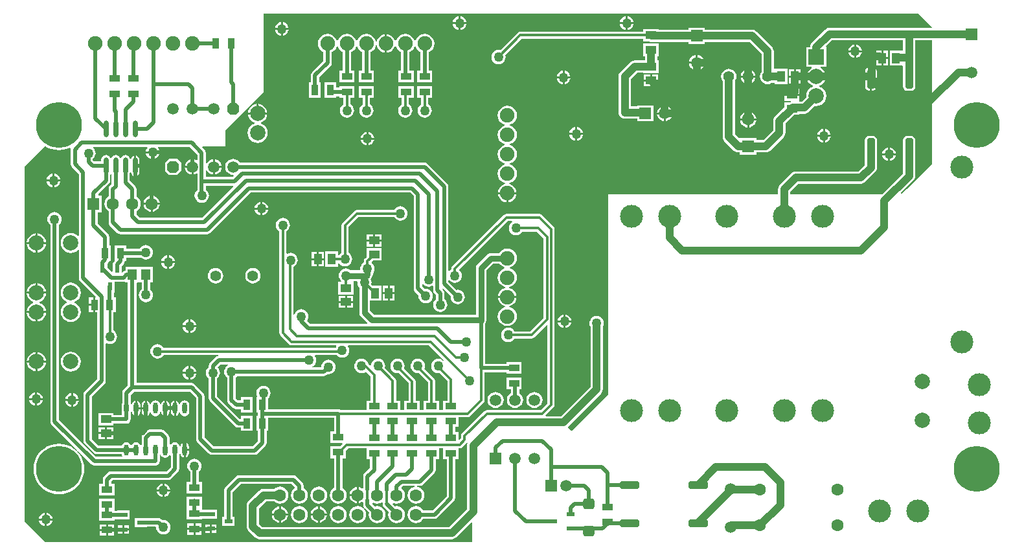
<source format=gtl>
%FSLAX24Y24*%
%MOIN*%
G70*
G01*
G75*
G04 Layer_Physical_Order=1*
G04 Layer_Color=255*
%ADD10R,0.0453X0.0571*%
%ADD11R,0.0551X0.0413*%
%ADD12R,0.0413X0.0551*%
%ADD13R,0.0551X0.0374*%
%ADD14O,0.0236X0.0571*%
%ADD15R,0.0374X0.0551*%
%ADD16R,0.0551X0.0354*%
%ADD17R,0.0394X0.0236*%
G04:AMPARAMS|DCode=18|XSize=55mil|YSize=60mil|CornerRadius=13.8mil|HoleSize=0mil|Usage=FLASHONLY|Rotation=90.000|XOffset=0mil|YOffset=0mil|HoleType=Round|Shape=RoundedRectangle|*
%AMROUNDEDRECTD18*
21,1,0.0550,0.0325,0,0,90.0*
21,1,0.0275,0.0600,0,0,90.0*
1,1,0.0275,0.0163,0.0138*
1,1,0.0275,0.0163,-0.0138*
1,1,0.0275,-0.0163,-0.0138*
1,1,0.0275,-0.0163,0.0138*
%
%ADD18ROUNDEDRECTD18*%
G04:AMPARAMS|DCode=19|XSize=39.4mil|YSize=98.4mil|CornerRadius=9.8mil|HoleSize=0mil|Usage=FLASHONLY|Rotation=270.000|XOffset=0mil|YOffset=0mil|HoleType=Round|Shape=RoundedRectangle|*
%AMROUNDEDRECTD19*
21,1,0.0394,0.0787,0,0,270.0*
21,1,0.0197,0.0984,0,0,270.0*
1,1,0.0197,-0.0394,-0.0098*
1,1,0.0197,-0.0394,0.0098*
1,1,0.0197,0.0394,0.0098*
1,1,0.0197,0.0394,-0.0098*
%
%ADD19ROUNDEDRECTD19*%
G04:AMPARAMS|DCode=20|XSize=39.4mil|YSize=98.4mil|CornerRadius=9.8mil|HoleSize=0mil|Usage=FLASHONLY|Rotation=180.000|XOffset=0mil|YOffset=0mil|HoleType=Round|Shape=RoundedRectangle|*
%AMROUNDEDRECTD20*
21,1,0.0394,0.0787,0,0,180.0*
21,1,0.0197,0.0984,0,0,180.0*
1,1,0.0197,-0.0098,0.0394*
1,1,0.0197,0.0098,0.0394*
1,1,0.0197,0.0098,-0.0394*
1,1,0.0197,-0.0098,-0.0394*
%
%ADD20ROUNDEDRECTD20*%
%ADD21R,0.0551X0.0413*%
%ADD22O,0.0236X0.0866*%
%ADD23R,0.0236X0.0394*%
%ADD24C,0.0197*%
%ADD25C,0.0118*%
%ADD26C,0.0315*%
%ADD27C,0.0394*%
%ADD28C,0.0100*%
%ADD29C,0.0295*%
%ADD30C,0.0630*%
%ADD31C,0.0748*%
%ADD32C,0.0551*%
%ADD33C,0.0591*%
G04:AMPARAMS|DCode=34|XSize=59.1mil|YSize=59.1mil|CornerRadius=0mil|HoleSize=0mil|Usage=FLASHONLY|Rotation=90.000|XOffset=0mil|YOffset=0mil|HoleType=Round|Shape=Octagon|*
%AMOCTAGOND34*
4,1,8,0.0148,0.0295,-0.0148,0.0295,-0.0295,0.0148,-0.0295,-0.0148,-0.0148,-0.0295,0.0148,-0.0295,0.0295,-0.0148,0.0295,0.0148,0.0148,0.0295,0.0*
%
%ADD34OCTAGOND34*%

%ADD35C,0.1181*%
%ADD36R,0.0787X0.0787*%
%ADD37C,0.0787*%
%ADD38C,0.2362*%
%ADD39R,0.0591X0.0591*%
%ADD40R,0.0591X0.0591*%
%ADD41R,0.0630X0.0630*%
%ADD42R,0.0591X0.0591*%
%ADD43C,0.0591*%
%ADD44R,0.0630X0.0630*%
%ADD45C,0.0500*%
G36*
X24052Y31936D02*
Y31662D01*
X24007Y31640D01*
X23999Y31645D01*
X23903Y31685D01*
X23850Y31692D01*
Y31300D01*
Y30908D01*
X23903Y30915D01*
X23999Y30955D01*
X24007Y30960D01*
X24052Y30938D01*
Y30550D01*
Y30113D01*
X24015Y30085D01*
X23956Y30008D01*
X23919Y29919D01*
X23906Y29822D01*
X23919Y29726D01*
X23956Y29637D01*
X24015Y29560D01*
X24092Y29501D01*
X24181Y29464D01*
X24278Y29451D01*
X24374Y29464D01*
X24463Y29501D01*
X24540Y29560D01*
X24599Y29637D01*
X24636Y29726D01*
X24649Y29822D01*
X24636Y29919D01*
X24599Y30008D01*
X24540Y30085D01*
X24493Y30121D01*
Y30329D01*
X25896D01*
X25917Y30279D01*
X24309Y28671D01*
X21091D01*
X20921Y28841D01*
Y29024D01*
X21009Y29091D01*
X21078Y29182D01*
X21122Y29287D01*
X21137Y29400D01*
X21122Y29513D01*
X21078Y29618D01*
X21009Y29709D01*
X20921Y29776D01*
Y30150D01*
X20904Y30234D01*
X20856Y30306D01*
X20571Y30591D01*
Y30945D01*
X20573Y30948D01*
X20584Y31004D01*
X20635D01*
X20645Y30955D01*
X20693Y30883D01*
X20765Y30835D01*
X20800Y30828D01*
Y31355D01*
Y31883D01*
X20765Y31876D01*
X20693Y31827D01*
X20645Y31755D01*
X20635Y31706D01*
X20584D01*
X20573Y31762D01*
X20520Y31840D01*
X20442Y31893D01*
X20350Y31911D01*
X20258Y31893D01*
X20180Y31840D01*
X20127Y31762D01*
X20125Y31752D01*
X20075D01*
X20073Y31762D01*
X20020Y31840D01*
X19942Y31893D01*
X19850Y31911D01*
X19758Y31893D01*
X19680Y31840D01*
X19627Y31762D01*
X19625Y31752D01*
X19575D01*
X19573Y31762D01*
X19520Y31840D01*
X19442Y31893D01*
X19350Y31911D01*
X19258Y31893D01*
X19180Y31840D01*
X19127Y31762D01*
X19109Y31670D01*
Y31576D01*
X18736D01*
X18671Y31641D01*
Y31705D01*
X18713Y31737D01*
X18772Y31814D01*
X18809Y31904D01*
X18821Y32000D01*
X18809Y32096D01*
X18772Y32186D01*
X18713Y32263D01*
X18691Y32279D01*
X18708Y32329D01*
X21460D01*
X21485Y32279D01*
X21444Y32227D01*
X21409Y32141D01*
X21404Y32100D01*
X22096D01*
X22091Y32141D01*
X22056Y32227D01*
X22015Y32279D01*
X22040Y32329D01*
X23659D01*
X24052Y31936D01*
D02*
G37*
G36*
X16337Y32303D02*
X16526Y32225D01*
X16725Y32177D01*
X16929Y32161D01*
X17133Y32177D01*
X17332Y32225D01*
X17497Y32293D01*
X17541Y32258D01*
X17529Y32200D01*
Y31450D01*
X17546Y31366D01*
X17594Y31294D01*
X17954Y30934D01*
Y27754D01*
X17906Y27737D01*
X17901Y27745D01*
X17794Y27827D01*
X17669Y27878D01*
X17536Y27896D01*
X17402Y27878D01*
X17278Y27827D01*
X17171Y27745D01*
X17089Y27638D01*
X17037Y27513D01*
X17020Y27380D01*
X17037Y27246D01*
X17089Y27121D01*
X17171Y27014D01*
X17278Y26932D01*
X17402Y26881D01*
X17536Y26863D01*
X17669Y26881D01*
X17794Y26932D01*
X17901Y27014D01*
X17906Y27022D01*
X17954Y27006D01*
Y25576D01*
X17970Y25491D01*
X18018Y25419D01*
X18816Y24622D01*
X18806Y24598D01*
Y24200D01*
Y23824D01*
X18900D01*
Y20362D01*
X18244Y19706D01*
X18196Y19634D01*
X18179Y19550D01*
Y17200D01*
X18196Y17116D01*
X18244Y17044D01*
X18717Y16571D01*
X18788Y16523D01*
X18873Y16506D01*
X20170D01*
X20177Y16468D01*
X20209Y16421D01*
X20182Y16371D01*
X18841D01*
X16921Y18291D01*
Y28305D01*
X16963Y28337D01*
X17022Y28414D01*
X17059Y28504D01*
X17071Y28600D01*
X17059Y28696D01*
X17022Y28786D01*
X16963Y28863D01*
X16886Y28922D01*
X16796Y28959D01*
X16700Y28971D01*
X16604Y28959D01*
X16514Y28922D01*
X16437Y28863D01*
X16378Y28786D01*
X16341Y28696D01*
X16329Y28600D01*
X16341Y28504D01*
X16378Y28414D01*
X16437Y28337D01*
X16479Y28305D01*
Y18200D01*
X16496Y18116D01*
X16544Y18044D01*
X17863Y16725D01*
X17829Y16688D01*
X17695Y16802D01*
X17521Y16909D01*
X17332Y16987D01*
X17133Y17035D01*
X16929Y17051D01*
X16725Y17035D01*
X16526Y16987D01*
X16337Y16909D01*
X16163Y16802D01*
X16008Y16670D01*
X15875Y16514D01*
X15768Y16340D01*
X15690Y16151D01*
X15642Y15952D01*
X15626Y15748D01*
X15642Y15544D01*
X15690Y15345D01*
X15768Y15156D01*
X15875Y14982D01*
X16008Y14827D01*
X16163Y14694D01*
X16337Y14587D01*
X16526Y14509D01*
X16725Y14461D01*
X16929Y14445D01*
X17133Y14461D01*
X17332Y14509D01*
X17521Y14587D01*
X17695Y14694D01*
X17851Y14827D01*
X17983Y14982D01*
X18090Y15156D01*
X18169Y15345D01*
X18216Y15544D01*
X18232Y15748D01*
X18216Y15952D01*
X18169Y16151D01*
X18090Y16340D01*
X17983Y16514D01*
X17869Y16648D01*
X17906Y16682D01*
X18594Y15994D01*
X18666Y15946D01*
X18750Y15929D01*
X21900D01*
X21984Y15946D01*
X22056Y15994D01*
X22104Y16066D01*
X22121Y16150D01*
Y16465D01*
X22123Y16468D01*
X22125Y16478D01*
X22175D01*
X22177Y16468D01*
X22230Y16390D01*
X22308Y16337D01*
X22400Y16319D01*
X22492Y16337D01*
X22570Y16390D01*
X22603Y16438D01*
X22665Y16445D01*
X22679Y16429D01*
Y15841D01*
X22459Y15621D01*
X19600D01*
X19516Y15604D01*
X19444Y15556D01*
X19244Y15356D01*
X19196Y15284D01*
X19179Y15200D01*
Y14999D01*
X19006D01*
Y14389D01*
X19794D01*
Y14999D01*
X19621D01*
Y15109D01*
X19691Y15179D01*
X22550D01*
X22634Y15196D01*
X22706Y15244D01*
X23056Y15594D01*
X23104Y15666D01*
X23121Y15750D01*
Y16465D01*
X23123Y16468D01*
X23134Y16524D01*
X23185D01*
X23195Y16475D01*
X23243Y16403D01*
X23315Y16354D01*
X23350Y16347D01*
Y16727D01*
Y17107D01*
X23315Y17100D01*
X23243Y17052D01*
X23195Y16980D01*
X23185Y16930D01*
X23134D01*
X23123Y16987D01*
X23070Y17065D01*
X22992Y17117D01*
X22900Y17135D01*
X22808Y17117D01*
X22730Y17065D01*
X22697Y17016D01*
X22635Y17010D01*
X22621Y17025D01*
Y17350D01*
X22604Y17434D01*
X22556Y17506D01*
X22356Y17706D01*
X22284Y17754D01*
X22200Y17771D01*
X21600D01*
X21516Y17754D01*
X21444Y17706D01*
X21244Y17506D01*
X21196Y17434D01*
X21179Y17350D01*
Y16989D01*
X21177Y16987D01*
X21175Y16977D01*
X21125D01*
X21123Y16987D01*
X21070Y17065D01*
X20992Y17117D01*
X20900Y17135D01*
X20808Y17117D01*
X20730Y17065D01*
X20677Y16987D01*
X20675Y16977D01*
X20625D01*
X20623Y16987D01*
X20570Y17065D01*
X20492Y17117D01*
X20400Y17135D01*
X20308Y17117D01*
X20230Y17065D01*
X20177Y16987D01*
X20170Y16948D01*
X18964D01*
X18621Y17291D01*
Y19459D01*
X19277Y20114D01*
X19324Y20186D01*
X19341Y20270D01*
Y22186D01*
X19391Y22217D01*
X19454Y22191D01*
X19550Y22179D01*
X19646Y22191D01*
X19736Y22228D01*
X19813Y22287D01*
X19872Y22364D01*
X19909Y22454D01*
X19921Y22550D01*
X19909Y22646D01*
X19872Y22736D01*
X19813Y22813D01*
X19736Y22872D01*
X19731Y22874D01*
Y23806D01*
X19849D01*
Y24594D01*
X19764D01*
Y24832D01*
X19786D01*
Y25379D01*
X20250D01*
X20301Y25389D01*
X20351Y25352D01*
Y25346D01*
X20475D01*
Y20037D01*
X20244Y19806D01*
X20196Y19734D01*
X20179Y19650D01*
Y19135D01*
X20177Y19132D01*
X20159Y19040D01*
Y18706D01*
X20175Y18626D01*
Y18525D01*
X19744D01*
Y18629D01*
X18956D01*
Y17980D01*
X19744D01*
Y18084D01*
X20396D01*
X20480Y18100D01*
X20552Y18148D01*
X20600Y18220D01*
X20616Y18304D01*
Y18604D01*
X20623Y18613D01*
X20634Y18670D01*
X20685D01*
X20695Y18620D01*
X20743Y18548D01*
X20815Y18500D01*
X20850Y18493D01*
Y18873D01*
Y19253D01*
X20815Y19246D01*
X20743Y19197D01*
X20695Y19125D01*
X20685Y19076D01*
X20634D01*
X20623Y19132D01*
X20621Y19135D01*
Y19559D01*
X20791Y19729D01*
X23659D01*
X23979Y19409D01*
Y17300D01*
X23996Y17216D01*
X24044Y17144D01*
X24644Y16544D01*
X24716Y16496D01*
X24800Y16479D01*
X27000D01*
X27084Y16496D01*
X27156Y16544D01*
X27550Y16938D01*
X27598Y17009D01*
X27614Y17094D01*
Y17706D01*
X27699D01*
Y18379D01*
X31079D01*
Y17699D01*
X30906D01*
Y17089D01*
X31511D01*
X31531Y17042D01*
X31400Y16911D01*
X30906D01*
Y16301D01*
X31079D01*
Y14777D01*
X30991Y14709D01*
X30922Y14618D01*
X30878Y14513D01*
X30863Y14400D01*
X30878Y14287D01*
X30922Y14182D01*
X30991Y14091D01*
X31082Y14022D01*
X31187Y13978D01*
X31300Y13963D01*
X31413Y13978D01*
X31518Y14022D01*
X31609Y14091D01*
X31678Y14182D01*
X31722Y14287D01*
X31737Y14400D01*
X31722Y14513D01*
X31678Y14618D01*
X31609Y14709D01*
X31521Y14777D01*
Y16301D01*
X31694D01*
Y16695D01*
X31818Y16819D01*
X32756D01*
Y16251D01*
X32929D01*
Y15791D01*
X32644Y15506D01*
X32596Y15434D01*
X32579Y15350D01*
Y14765D01*
X32534Y14743D01*
X32509Y14763D01*
X32408Y14804D01*
X32350Y14812D01*
Y14400D01*
Y13988D01*
X32408Y13996D01*
X32509Y14038D01*
X32534Y14057D01*
X32579Y14035D01*
Y13900D01*
X32596Y13816D01*
X32621Y13778D01*
D01*
X32622Y13777D01*
X32640Y13746D01*
X32624Y13723D01*
X32609Y13714D01*
X32576Y13734D01*
X32574Y13736D01*
D01*
X32518Y13778D01*
X32413Y13822D01*
X32300Y13837D01*
X32187Y13822D01*
X32082Y13778D01*
X31991Y13709D01*
X31922Y13618D01*
X31878Y13513D01*
X31863Y13400D01*
X31878Y13287D01*
X31922Y13182D01*
X31991Y13091D01*
X32082Y13022D01*
X32187Y12978D01*
X32300Y12963D01*
X32413Y12978D01*
X32518Y13022D01*
X32609Y13091D01*
X32678Y13182D01*
X32722Y13287D01*
X32737Y13400D01*
X32722Y13513D01*
X32678Y13618D01*
X32639Y13669D01*
X32639Y13669D01*
X32635Y13675D01*
X32625Y13718D01*
X32628Y13721D01*
X32674Y13714D01*
X32682Y13706D01*
X32878Y13510D01*
X32863Y13400D01*
X32878Y13287D01*
X32922Y13182D01*
X32991Y13091D01*
X33082Y13022D01*
X33187Y12978D01*
X33300Y12963D01*
X33413Y12978D01*
X33518Y13022D01*
X33609Y13091D01*
X33678Y13182D01*
X33722Y13287D01*
X33737Y13400D01*
X33722Y13513D01*
X33678Y13618D01*
X33609Y13709D01*
X33518Y13778D01*
X33413Y13822D01*
X33300Y13837D01*
X33190Y13822D01*
X33044Y13968D01*
X33047Y13985D01*
X33054Y13993D01*
X33102Y14013D01*
X33187Y13978D01*
X33300Y13963D01*
X33413Y13978D01*
X33518Y14022D01*
X33547Y14044D01*
X33592Y14015D01*
X33579Y13950D01*
X33596Y13866D01*
X33644Y13794D01*
X33892Y13546D01*
X33878Y13513D01*
X33863Y13400D01*
X33878Y13287D01*
X33922Y13182D01*
X33991Y13091D01*
X34082Y13022D01*
X34187Y12978D01*
X34300Y12963D01*
X34413Y12978D01*
X34518Y13022D01*
X34609Y13091D01*
X34678Y13182D01*
X34722Y13287D01*
X34737Y13400D01*
X34722Y13513D01*
X34678Y13618D01*
X34609Y13709D01*
X34518Y13778D01*
X34413Y13822D01*
X34300Y13837D01*
X34234Y13828D01*
X34104Y13958D01*
X34132Y14001D01*
X34187Y13978D01*
X34300Y13963D01*
X34413Y13978D01*
X34518Y14022D01*
X34609Y14091D01*
X34678Y14182D01*
X34722Y14287D01*
X34737Y14400D01*
X34722Y14513D01*
X34678Y14618D01*
X34609Y14709D01*
X34561Y14746D01*
X34558Y14796D01*
X34641Y14879D01*
X35239D01*
X35242Y14829D01*
X35187Y14822D01*
X35082Y14778D01*
X34991Y14709D01*
X34922Y14618D01*
X34878Y14513D01*
X34863Y14400D01*
X34878Y14287D01*
X34922Y14182D01*
X34991Y14091D01*
X35082Y14022D01*
X35187Y13978D01*
X35300Y13963D01*
X35413Y13978D01*
X35518Y14022D01*
X35609Y14091D01*
X35678Y14182D01*
X35722Y14287D01*
X35737Y14400D01*
X35722Y14513D01*
X35678Y14618D01*
X35609Y14709D01*
X35518Y14778D01*
X35413Y14822D01*
X35358Y14829D01*
X35361Y14879D01*
X35500D01*
X35584Y14896D01*
X35656Y14944D01*
X36256Y15544D01*
X36304Y15616D01*
X36321Y15700D01*
Y16251D01*
X36494D01*
Y16819D01*
X36706D01*
Y16251D01*
X36879D01*
Y14341D01*
X36159Y13621D01*
X35676D01*
X35609Y13709D01*
X35518Y13778D01*
X35413Y13822D01*
X35300Y13837D01*
X35187Y13822D01*
X35082Y13778D01*
X34991Y13709D01*
X34922Y13618D01*
X34878Y13513D01*
X34863Y13400D01*
X34878Y13287D01*
X34922Y13182D01*
X34991Y13091D01*
X35082Y13022D01*
X35187Y12978D01*
X35300Y12963D01*
X35413Y12978D01*
X35518Y13022D01*
X35609Y13091D01*
X35676Y13179D01*
X36250D01*
X36335Y13196D01*
X36406Y13244D01*
X37256Y14094D01*
X37304Y14166D01*
X37321Y14250D01*
Y16251D01*
X37494D01*
Y16819D01*
X37550D01*
X37619Y16833D01*
X37678Y16872D01*
X37928Y17122D01*
X37969Y17094D01*
X37943Y17032D01*
X37932Y16950D01*
Y13682D01*
X37018Y12768D01*
X27382D01*
X27218Y12932D01*
Y13718D01*
X27582Y14082D01*
X28003D01*
X28082Y14022D01*
X28187Y13978D01*
X28300Y13963D01*
X28413Y13978D01*
X28518Y14022D01*
X28609Y14091D01*
X28678Y14182D01*
X28722Y14287D01*
X28737Y14400D01*
X28722Y14513D01*
X28678Y14618D01*
X28609Y14709D01*
X28518Y14778D01*
X28413Y14822D01*
X28300Y14837D01*
X28187Y14822D01*
X28082Y14778D01*
X28003Y14718D01*
X27450D01*
X27368Y14707D01*
X27291Y14675D01*
X27225Y14625D01*
X26675Y14075D01*
X26625Y14009D01*
X26593Y13932D01*
X26582Y13850D01*
Y12800D01*
X26593Y12718D01*
X26625Y12641D01*
X26675Y12575D01*
X27025Y12225D01*
X27091Y12175D01*
X27168Y12143D01*
X27250Y12132D01*
X37150D01*
X37232Y12143D01*
X37309Y12175D01*
X37375Y12225D01*
X38154Y13005D01*
X38200Y12985D01*
Y12000D01*
X16200D01*
X15150Y13050D01*
Y31300D01*
X16200Y32350D01*
X16261D01*
X16337Y32303D01*
D02*
G37*
G36*
X19629Y30910D02*
Y30391D01*
X19544Y30306D01*
X19496Y30234D01*
X19479Y30150D01*
Y29776D01*
X19391Y29709D01*
X19322Y29618D01*
X19278Y29513D01*
X19263Y29400D01*
X19278Y29287D01*
X19322Y29182D01*
X19391Y29091D01*
X19479Y29024D01*
Y28450D01*
X19496Y28366D01*
X19544Y28294D01*
X19944Y27894D01*
X20016Y27846D01*
X20100Y27829D01*
X24550D01*
X24634Y27846D01*
X24706Y27894D01*
X26791Y29979D01*
X35009D01*
X35179Y29809D01*
Y25050D01*
X35196Y24966D01*
X35244Y24894D01*
X35436Y24702D01*
X35429Y24650D01*
X35441Y24554D01*
X35478Y24464D01*
X35537Y24387D01*
X35614Y24328D01*
X35704Y24291D01*
X35800Y24279D01*
X35896Y24291D01*
X35986Y24328D01*
X36063Y24387D01*
X36122Y24464D01*
X36159Y24554D01*
X36171Y24650D01*
X36159Y24746D01*
X36122Y24836D01*
X36063Y24913D01*
X35986Y24972D01*
X35896Y25009D01*
X35800Y25021D01*
X35748Y25014D01*
X35621Y25141D01*
Y25242D01*
X35671Y25259D01*
X35687Y25237D01*
X35764Y25178D01*
X35854Y25141D01*
X35950Y25129D01*
X36046Y25141D01*
X36129Y25176D01*
X36179Y25157D01*
Y24950D01*
X36196Y24866D01*
X36244Y24794D01*
X36329Y24709D01*
Y24495D01*
X36287Y24463D01*
X36228Y24386D01*
X36191Y24296D01*
X36179Y24200D01*
X36191Y24104D01*
X36228Y24014D01*
X36287Y23937D01*
X36364Y23878D01*
X36454Y23841D01*
X36550Y23829D01*
X36646Y23841D01*
X36736Y23878D01*
X36813Y23937D01*
X36872Y24014D01*
X36909Y24104D01*
X36921Y24200D01*
X36909Y24296D01*
X36872Y24386D01*
X36813Y24463D01*
X36771Y24495D01*
Y24800D01*
X36754Y24884D01*
X36706Y24956D01*
X36652Y25010D01*
X36653Y25014D01*
X36707Y25031D01*
X37086Y24652D01*
X37079Y24600D01*
X37091Y24504D01*
X37128Y24414D01*
X37187Y24337D01*
X37264Y24278D01*
X37354Y24241D01*
X37450Y24229D01*
X37546Y24241D01*
X37636Y24278D01*
X37713Y24337D01*
X37772Y24414D01*
X37809Y24504D01*
X37821Y24600D01*
X37809Y24696D01*
X37772Y24786D01*
X37713Y24863D01*
X37636Y24922D01*
X37546Y24959D01*
X37450Y24971D01*
X37398Y24964D01*
X36971Y25391D01*
Y25442D01*
X37021Y25459D01*
X37037Y25437D01*
X37114Y25378D01*
X37204Y25341D01*
X37300Y25329D01*
X37396Y25341D01*
X37486Y25378D01*
X37563Y25437D01*
X37622Y25514D01*
X37659Y25604D01*
X37671Y25700D01*
X37659Y25796D01*
X37622Y25886D01*
X37563Y25963D01*
X37539Y25981D01*
X37536Y26030D01*
X40025Y28519D01*
X40238D01*
X40262Y28475D01*
X40262Y28469D01*
X40187Y28413D01*
X40128Y28336D01*
X40091Y28246D01*
X40079Y28150D01*
X40091Y28054D01*
X40128Y27964D01*
X40187Y27887D01*
X40264Y27828D01*
X40354Y27791D01*
X40450Y27779D01*
X40546Y27791D01*
X40636Y27828D01*
X40713Y27887D01*
X40772Y27964D01*
X40774Y27969D01*
X41525D01*
X41869Y27625D01*
Y23525D01*
X41175Y22831D01*
X40374D01*
X40372Y22836D01*
X40313Y22913D01*
X40236Y22972D01*
X40146Y23009D01*
X40050Y23021D01*
X39954Y23009D01*
X39864Y22972D01*
X39787Y22913D01*
X39728Y22836D01*
X39691Y22746D01*
X39679Y22650D01*
X39691Y22554D01*
X39728Y22464D01*
X39787Y22387D01*
X39864Y22328D01*
X39954Y22291D01*
X40050Y22279D01*
X40146Y22291D01*
X40236Y22328D01*
X40313Y22387D01*
X40372Y22464D01*
X40374Y22469D01*
X41250D01*
X41319Y22483D01*
X41378Y22522D01*
X42023Y23168D01*
X42069Y23149D01*
Y19125D01*
X41725Y18781D01*
X38950D01*
X38881Y18767D01*
X38822Y18728D01*
X37672Y17578D01*
X37633Y17519D01*
X37619Y17450D01*
Y17325D01*
X37540Y17245D01*
X37494Y17264D01*
Y17649D01*
X37321D01*
Y17931D01*
X37494D01*
Y18419D01*
X37950D01*
X38019Y18433D01*
X38078Y18472D01*
X38778Y19172D01*
X38817Y19231D01*
X38831Y19300D01*
Y20723D01*
X39956D01*
Y20639D01*
X40744D01*
Y21249D01*
X39956D01*
Y21164D01*
X38871D01*
Y23251D01*
X38882Y23266D01*
X38909Y23331D01*
X38918Y23400D01*
X38918Y23400D01*
Y25989D01*
X39261Y26332D01*
X39585D01*
X39649Y26249D01*
X39752Y26170D01*
X39859Y26126D01*
X39859Y26126D01*
Y26074D01*
X39859Y26074D01*
X39752Y26030D01*
X39649Y25951D01*
X39570Y25848D01*
X39521Y25728D01*
X39504Y25600D01*
X39521Y25472D01*
X39570Y25352D01*
X39649Y25249D01*
X39752Y25170D01*
X39872Y25121D01*
X39905Y25116D01*
X39905Y25066D01*
X39876Y25062D01*
X39761Y25014D01*
X39662Y24938D01*
X39586Y24839D01*
X39538Y24724D01*
X39528Y24650D01*
X40472D01*
X40462Y24724D01*
X40414Y24839D01*
X40338Y24938D01*
X40239Y25014D01*
X40124Y25062D01*
X40095Y25066D01*
X40095Y25116D01*
X40128Y25121D01*
X40248Y25170D01*
X40351Y25249D01*
X40430Y25352D01*
X40479Y25472D01*
X40496Y25600D01*
X40479Y25728D01*
X40430Y25848D01*
X40351Y25951D01*
X40248Y26030D01*
X40141Y26074D01*
X40141Y26074D01*
Y26126D01*
X40141Y26126D01*
X40248Y26170D01*
X40351Y26249D01*
X40430Y26352D01*
X40479Y26472D01*
X40496Y26600D01*
X40479Y26728D01*
X40430Y26848D01*
X40351Y26951D01*
X40248Y27030D01*
X40128Y27079D01*
X40000Y27096D01*
X39872Y27079D01*
X39752Y27030D01*
X39649Y26951D01*
X39585Y26868D01*
X39150D01*
X39150Y26868D01*
X39089Y26860D01*
X39081Y26859D01*
X39066Y26853D01*
X39016Y26832D01*
X38977Y26802D01*
X38960Y26790D01*
X38960Y26790D01*
X38460Y26290D01*
X38418Y26234D01*
X38410Y26215D01*
X38391Y26169D01*
X38387Y26135D01*
X38382Y26100D01*
X38382Y26100D01*
Y23693D01*
X33136D01*
X32918Y23911D01*
Y24406D01*
X33520D01*
Y25194D01*
X33057D01*
X33007Y25245D01*
X33009Y25250D01*
X33021Y25346D01*
X33009Y25442D01*
X32972Y25529D01*
X32997Y25553D01*
X33041Y25611D01*
X33068Y25678D01*
X33078Y25750D01*
Y25808D01*
X33122Y25864D01*
X33159Y25954D01*
X33171Y26050D01*
X33159Y26146D01*
X33122Y26236D01*
X33063Y26313D01*
X33023Y26343D01*
X33019Y26409D01*
X33081Y26471D01*
X33544D01*
Y27120D01*
X32756D01*
Y26657D01*
X32685Y26586D01*
X32672Y26578D01*
X32633Y26519D01*
X32619Y26450D01*
Y26374D01*
X32614Y26372D01*
X32537Y26313D01*
X32478Y26236D01*
X32441Y26146D01*
X32429Y26050D01*
X32433Y26016D01*
X32400Y25978D01*
X31942D01*
X31886Y26022D01*
X31796Y26059D01*
X31700Y26071D01*
X31604Y26059D01*
X31514Y26022D01*
X31437Y25963D01*
X31378Y25886D01*
X31341Y25796D01*
X31329Y25700D01*
X31341Y25604D01*
X31378Y25514D01*
X31437Y25437D01*
X31452Y25426D01*
X31436Y25379D01*
X31306D01*
Y24730D01*
X32094D01*
Y25379D01*
X32094Y25379D01*
X32094D01*
X32094Y25379D01*
X32111Y25422D01*
X32251D01*
X32284Y25384D01*
X32279Y25346D01*
X32291Y25250D01*
X32328Y25160D01*
X32382Y25090D01*
Y23800D01*
X32382Y23800D01*
X32387Y23765D01*
X32391Y23731D01*
X32410Y23685D01*
X32418Y23666D01*
X32460Y23610D01*
X32800Y23271D01*
X32779Y23221D01*
X29841D01*
X29690Y23373D01*
X29722Y23414D01*
X29759Y23504D01*
X29771Y23600D01*
X29759Y23696D01*
X29722Y23786D01*
X29663Y23863D01*
X29586Y23922D01*
X29496Y23959D01*
X29400Y23971D01*
X29304Y23959D01*
X29214Y23922D01*
X29137Y23863D01*
X29078Y23786D01*
X29041Y23696D01*
X28993Y23704D01*
Y26161D01*
X29036Y26178D01*
X29113Y26237D01*
X29172Y26314D01*
X29209Y26404D01*
X29221Y26500D01*
X29209Y26596D01*
X29172Y26686D01*
X29113Y26763D01*
X29036Y26822D01*
X28946Y26859D01*
X28850Y26871D01*
X28754Y26859D01*
X28681Y26828D01*
X28631Y26853D01*
Y27976D01*
X28636Y27978D01*
X28713Y28037D01*
X28772Y28114D01*
X28809Y28204D01*
X28821Y28300D01*
X28809Y28396D01*
X28772Y28486D01*
X28713Y28563D01*
X28636Y28622D01*
X28546Y28659D01*
X28450Y28671D01*
X28354Y28659D01*
X28264Y28622D01*
X28187Y28563D01*
X28128Y28486D01*
X28091Y28396D01*
X28079Y28300D01*
X28091Y28204D01*
X28128Y28114D01*
X28187Y28037D01*
X28264Y27978D01*
X28269Y27976D01*
Y22750D01*
X28283Y22681D01*
X28322Y22622D01*
X28772Y22172D01*
X28831Y22133D01*
X28900Y22119D01*
X31180D01*
X31204Y22069D01*
X31178Y22036D01*
X31156Y21981D01*
X22324D01*
X22322Y21986D01*
X22263Y22063D01*
X22186Y22122D01*
X22096Y22159D01*
X22000Y22171D01*
X21904Y22159D01*
X21814Y22122D01*
X21737Y22063D01*
X21678Y21986D01*
X21641Y21896D01*
X21629Y21800D01*
X21641Y21704D01*
X21678Y21614D01*
X21737Y21537D01*
X21814Y21478D01*
X21904Y21441D01*
X22000Y21429D01*
X22096Y21441D01*
X22186Y21478D01*
X22263Y21537D01*
X22322Y21614D01*
X22324Y21619D01*
X25138D01*
X25143Y21569D01*
X25066Y21554D01*
X24994Y21506D01*
X24694Y21206D01*
X24646Y21134D01*
X24629Y21050D01*
Y20995D01*
X24587Y20963D01*
X24528Y20886D01*
X24491Y20796D01*
X24479Y20700D01*
X24491Y20604D01*
X24528Y20514D01*
X24587Y20437D01*
X24629Y20405D01*
Y19400D01*
X24646Y19316D01*
X24694Y19244D01*
X25994Y17944D01*
X26066Y17896D01*
X26150Y17879D01*
X26301D01*
Y17706D01*
X26911D01*
Y18494D01*
X26301D01*
Y18321D01*
X26241D01*
X25071Y19491D01*
Y20405D01*
X25113Y20437D01*
X25172Y20514D01*
X25209Y20604D01*
X25221Y20700D01*
X25209Y20796D01*
X25172Y20886D01*
X25113Y20963D01*
X25110Y20998D01*
X25241Y21129D01*
X25623D01*
X25633Y21079D01*
X25614Y21072D01*
X25537Y21013D01*
X25478Y20936D01*
X25441Y20846D01*
X25429Y20750D01*
X25441Y20654D01*
X25478Y20564D01*
X25537Y20487D01*
X25579Y20455D01*
Y19300D01*
X25596Y19216D01*
X25644Y19144D01*
X25894Y18894D01*
X25966Y18846D01*
X26050Y18829D01*
X26301D01*
Y18656D01*
X26911D01*
Y19444D01*
X26301D01*
Y19271D01*
X26141D01*
X26021Y19391D01*
Y20455D01*
X26063Y20487D01*
X26095Y20529D01*
X30550D01*
X30634Y20546D01*
X30706Y20594D01*
X30748Y20636D01*
X30800Y20629D01*
X30896Y20641D01*
X30986Y20678D01*
X31063Y20737D01*
X31122Y20814D01*
X31159Y20904D01*
X31171Y21000D01*
X31159Y21096D01*
X31122Y21186D01*
X31063Y21263D01*
X30986Y21322D01*
X30896Y21359D01*
X30800Y21371D01*
X30704Y21359D01*
X30614Y21322D01*
X30537Y21263D01*
X30478Y21186D01*
X30441Y21096D01*
X30429Y21000D01*
X30403Y20971D01*
X29977D01*
X29967Y21021D01*
X29986Y21028D01*
X30063Y21087D01*
X30122Y21164D01*
X30159Y21254D01*
X30171Y21350D01*
X30159Y21446D01*
X30122Y21536D01*
X30096Y21569D01*
X30120Y21619D01*
X31213D01*
X31237Y21587D01*
X31314Y21528D01*
X31404Y21491D01*
X31500Y21479D01*
X31596Y21491D01*
X31686Y21528D01*
X31763Y21587D01*
X31822Y21664D01*
X31859Y21754D01*
X31871Y21850D01*
X31859Y21946D01*
X31822Y22036D01*
X31796Y22069D01*
X31820Y22119D01*
X35975D01*
X36740Y21354D01*
X36707Y21317D01*
X36636Y21372D01*
X36546Y21409D01*
X36450Y21421D01*
X36354Y21409D01*
X36264Y21372D01*
X36187Y21313D01*
X36128Y21236D01*
X36091Y21146D01*
X36079Y21050D01*
X36091Y20954D01*
X36128Y20864D01*
X36187Y20787D01*
X36264Y20728D01*
X36354Y20691D01*
X36450Y20679D01*
X36508Y20686D01*
X36919Y20275D01*
Y19269D01*
X36706D01*
Y18781D01*
X36494D01*
Y19269D01*
X36281D01*
Y20300D01*
X36267Y20369D01*
X36228Y20428D01*
X35742Y20914D01*
X35759Y20954D01*
X35771Y21050D01*
X35759Y21146D01*
X35722Y21236D01*
X35663Y21313D01*
X35586Y21372D01*
X35496Y21409D01*
X35400Y21421D01*
X35304Y21409D01*
X35214Y21372D01*
X35137Y21313D01*
X35078Y21236D01*
X35041Y21146D01*
X35029Y21050D01*
X35041Y20954D01*
X35078Y20864D01*
X35137Y20787D01*
X35214Y20728D01*
X35304Y20691D01*
X35400Y20679D01*
X35458Y20686D01*
X35919Y20225D01*
Y19269D01*
X35706D01*
Y18781D01*
X35494D01*
Y19269D01*
X35281D01*
Y20250D01*
X35267Y20319D01*
X35228Y20378D01*
X34692Y20914D01*
X34709Y20954D01*
X34721Y21050D01*
X34709Y21146D01*
X34672Y21236D01*
X34613Y21313D01*
X34536Y21372D01*
X34446Y21409D01*
X34350Y21421D01*
X34254Y21409D01*
X34164Y21372D01*
X34087Y21313D01*
X34028Y21236D01*
X33991Y21146D01*
X33979Y21050D01*
X33991Y20954D01*
X34028Y20864D01*
X34087Y20787D01*
X34164Y20728D01*
X34254Y20691D01*
X34350Y20679D01*
X34408Y20686D01*
X34919Y20175D01*
Y19269D01*
X34706D01*
Y18781D01*
X34494D01*
Y19269D01*
X34281D01*
Y20300D01*
X34267Y20369D01*
X34228Y20428D01*
X33707Y20949D01*
X33709Y20954D01*
X33721Y21050D01*
X33709Y21146D01*
X33672Y21236D01*
X33613Y21313D01*
X33536Y21372D01*
X33446Y21409D01*
X33350Y21421D01*
X33254Y21409D01*
X33164Y21372D01*
X33087Y21313D01*
X33028Y21236D01*
X32991Y21146D01*
X32984Y21092D01*
X32931Y21074D01*
X32858Y21147D01*
X32822Y21236D01*
X32763Y21313D01*
X32686Y21372D01*
X32596Y21409D01*
X32500Y21421D01*
X32404Y21409D01*
X32314Y21372D01*
X32237Y21313D01*
X32178Y21236D01*
X32141Y21146D01*
X32129Y21050D01*
X32141Y20954D01*
X32178Y20864D01*
X32237Y20787D01*
X32314Y20728D01*
X32404Y20691D01*
X32500Y20679D01*
X32596Y20691D01*
X32686Y20728D01*
X32731Y20763D01*
X32969Y20525D01*
Y19269D01*
X32756D01*
Y18781D01*
X31419D01*
X31384Y18804D01*
X31300Y18821D01*
X27699D01*
Y19381D01*
X27713Y19392D01*
X27772Y19469D01*
X27809Y19558D01*
X27821Y19654D01*
X27809Y19750D01*
X27772Y19840D01*
X27713Y19917D01*
X27636Y19976D01*
X27546Y20013D01*
X27450Y20026D01*
X27354Y20013D01*
X27264Y19976D01*
X27187Y19917D01*
X27128Y19840D01*
X27091Y19750D01*
X27079Y19654D01*
X27091Y19558D01*
X27118Y19494D01*
X27089Y19444D01*
X27089D01*
X27089Y19444D01*
Y18656D01*
X27173D01*
Y18650D01*
Y18494D01*
X27089D01*
Y17706D01*
X27173D01*
Y17185D01*
X26909Y16921D01*
X24891D01*
X24421Y17391D01*
Y19500D01*
X24404Y19584D01*
X24356Y19656D01*
X23906Y20106D01*
X23834Y20154D01*
X23750Y20171D01*
X20916D01*
Y25311D01*
X20952Y25346D01*
X21010D01*
X21040Y25346D01*
X21050D01*
X21060D01*
X21090Y25346D01*
X21184D01*
Y24999D01*
X21142Y24967D01*
X21083Y24890D01*
X21046Y24800D01*
X21033Y24704D01*
X21046Y24608D01*
X21083Y24519D01*
X21142Y24442D01*
X21219Y24383D01*
X21308Y24346D01*
X21404Y24333D01*
X21500Y24346D01*
X21590Y24383D01*
X21667Y24442D01*
X21726Y24519D01*
X21763Y24608D01*
X21776Y24704D01*
X21763Y24800D01*
X21726Y24890D01*
X21667Y24967D01*
X21625Y24999D01*
Y25346D01*
X21749D01*
Y26154D01*
X21090D01*
X21060Y26154D01*
X21050D01*
X21040D01*
X21010Y26154D01*
X20351D01*
Y25961D01*
X20316Y25954D01*
X20244Y25906D01*
X20206Y25869D01*
X20160Y25888D01*
Y26198D01*
X20250Y26288D01*
X20298Y26359D01*
X20314Y26444D01*
Y26456D01*
X20399D01*
Y26629D01*
X21148D01*
X21214Y26578D01*
X21304Y26541D01*
X21400Y26529D01*
X21496Y26541D01*
X21586Y26578D01*
X21663Y26637D01*
X21722Y26714D01*
X21759Y26804D01*
X21771Y26900D01*
X21759Y26996D01*
X21722Y27086D01*
X21663Y27163D01*
X21586Y27222D01*
X21496Y27259D01*
X21400Y27271D01*
X21304Y27259D01*
X21214Y27222D01*
X21137Y27163D01*
X21078Y27086D01*
X21072Y27071D01*
X20399D01*
Y27244D01*
X19789D01*
Y26456D01*
X19789Y26456D01*
X19772Y26434D01*
X19768Y26430D01*
X19726Y26368D01*
X19688D01*
Y25918D01*
X19642Y25899D01*
X19412Y26129D01*
Y26300D01*
X19462Y26350D01*
X19510Y26422D01*
X19517Y26456D01*
X19611D01*
Y27244D01*
X19527D01*
Y27694D01*
X19510Y27778D01*
X19462Y27850D01*
X18921Y28391D01*
Y28967D01*
X19133D01*
Y29833D01*
X18966D01*
X18945Y29883D01*
X19506Y30444D01*
X19554Y30516D01*
X19571Y30600D01*
Y30899D01*
X19621Y30919D01*
X19629Y30910D01*
D02*
G37*
G36*
X61848Y38502D02*
X61845Y38452D01*
X56584D01*
X56502Y38441D01*
X56425Y38409D01*
X56360Y38359D01*
X55675Y37675D01*
X55625Y37609D01*
X55593Y37532D01*
X55584Y37462D01*
X55388D01*
Y36438D01*
X55658D01*
X55668Y36388D01*
X55651Y36381D01*
X55548Y36302D01*
X55469Y36199D01*
X55419Y36079D01*
X55409Y36000D01*
X56391D01*
X56381Y36079D01*
X56331Y36199D01*
X56252Y36302D01*
X56149Y36381D01*
X56132Y36388D01*
X56142Y36438D01*
X56412D01*
Y37462D01*
X56412Y37462D01*
X56412D01*
X56408Y37508D01*
X56716Y37817D01*
X60367D01*
Y37324D01*
X60329Y37294D01*
X59680D01*
Y36506D01*
X60329D01*
X60367Y36476D01*
Y36223D01*
X60365Y36215D01*
Y35428D01*
X60382Y35343D01*
X60430Y35272D01*
X60501Y35224D01*
X60586Y35207D01*
X60783D01*
X60867Y35224D01*
X60939Y35272D01*
X60987Y35343D01*
X61003Y35428D01*
Y36215D01*
X61002Y36223D01*
Y36934D01*
Y37817D01*
X61850D01*
Y31550D01*
Y31450D01*
X60550Y30150D01*
X60311Y29911D01*
X60284Y29914D01*
X60266Y29967D01*
X60909Y30610D01*
X60959Y30675D01*
X60991Y30752D01*
X61002Y30834D01*
Y31877D01*
X61003Y31885D01*
Y32672D01*
X60987Y32757D01*
X60939Y32828D01*
X60867Y32876D01*
X60783Y32893D01*
X60586D01*
X60501Y32876D01*
X60430Y32828D01*
X60382Y32757D01*
X60365Y32672D01*
Y31885D01*
X60367Y31877D01*
Y30966D01*
X59301Y29900D01*
X54570D01*
Y30021D01*
X54982Y30432D01*
X58200D01*
X58282Y30443D01*
X58359Y30475D01*
X58425Y30525D01*
X58940Y31041D01*
X58969Y31078D01*
X58991Y31107D01*
X59000Y31129D01*
X59023Y31184D01*
X59033Y31266D01*
Y31877D01*
X59035Y31885D01*
Y32672D01*
X59018Y32757D01*
X58970Y32828D01*
X58899Y32876D01*
X58814Y32893D01*
X58617D01*
X58533Y32876D01*
X58461Y32828D01*
X58413Y32757D01*
X58397Y32672D01*
Y31885D01*
X58398Y31877D01*
Y31397D01*
X58068Y31068D01*
X54850D01*
X54768Y31057D01*
X54691Y31025D01*
X54625Y30975D01*
X54028Y30377D01*
X53978Y30312D01*
X53946Y30235D01*
X53935Y30153D01*
Y29900D01*
X45200D01*
Y19600D01*
X43325Y17725D01*
X43275D01*
X43122Y17878D01*
X43125Y17925D01*
X44825Y19625D01*
X44875Y19691D01*
X44907Y19768D01*
X44918Y19850D01*
Y23059D01*
X44922Y23064D01*
X44959Y23154D01*
X44971Y23250D01*
X44959Y23346D01*
X44922Y23436D01*
X44863Y23513D01*
X44786Y23572D01*
X44696Y23609D01*
X44600Y23621D01*
X44504Y23609D01*
X44414Y23572D01*
X44337Y23513D01*
X44278Y23436D01*
X44241Y23346D01*
X44229Y23250D01*
X44241Y23154D01*
X44278Y23064D01*
X44282Y23059D01*
Y19982D01*
X42768Y18468D01*
X41994D01*
X41973Y18518D01*
X42378Y18922D01*
X42417Y18981D01*
X42431Y19050D01*
Y28100D01*
X42417Y28169D01*
X42378Y28228D01*
X41778Y28828D01*
X41719Y28867D01*
X41650Y28881D01*
X39950D01*
X39881Y28867D01*
X39822Y28828D01*
X37172Y26178D01*
X37133Y26119D01*
X37119Y26050D01*
Y26024D01*
X37114Y26022D01*
X37037Y25963D01*
X37021Y25941D01*
X36971Y25958D01*
Y30300D01*
X36954Y30384D01*
X36906Y30456D01*
X35906Y31456D01*
X35834Y31504D01*
X35750Y31521D01*
X26252D01*
X26195Y31595D01*
X26108Y31661D01*
X26008Y31703D01*
X25900Y31717D01*
X25792Y31703D01*
X25692Y31661D01*
X25605Y31595D01*
X25539Y31508D01*
X25497Y31408D01*
X25483Y31300D01*
X25497Y31192D01*
X25539Y31092D01*
X25605Y31005D01*
X25692Y30939D01*
X25792Y30897D01*
X25900Y30883D01*
X25904Y30884D01*
X25927Y30839D01*
X25859Y30771D01*
X24493D01*
Y31119D01*
X24543Y31128D01*
X24555Y31101D01*
X24618Y31018D01*
X24701Y30955D01*
X24797Y30915D01*
X24850Y30908D01*
Y31300D01*
Y31692D01*
X24797Y31685D01*
X24701Y31645D01*
X24618Y31582D01*
X24555Y31499D01*
X24543Y31472D01*
X24493Y31481D01*
Y32028D01*
X24476Y32112D01*
X24429Y32184D01*
X24308Y32304D01*
X24328Y32350D01*
X25500D01*
Y33200D01*
X26900Y34600D01*
X27450Y35150D01*
Y39200D01*
X61150D01*
X61848Y38502D01*
D02*
G37*
%LPC*%
G36*
X16256Y21220D02*
X15814D01*
Y20779D01*
X15893Y20789D01*
X16013Y20839D01*
X16116Y20918D01*
X16195Y21021D01*
X16245Y21142D01*
X16256Y21220D01*
D02*
G37*
G36*
X23600Y23446D02*
X23559Y23441D01*
X23473Y23406D01*
X23400Y23350D01*
X23344Y23277D01*
X23309Y23191D01*
X23304Y23150D01*
X23600D01*
Y23446D01*
D02*
G37*
G36*
X15714Y21762D02*
X15635Y21751D01*
X15515Y21702D01*
X15412Y21623D01*
X15333Y21519D01*
X15283Y21399D01*
X15273Y21320D01*
X15714D01*
Y21762D01*
D02*
G37*
G36*
X23700Y23446D02*
Y23150D01*
X23996D01*
X23991Y23191D01*
X23956Y23277D01*
X23900Y23350D01*
X23827Y23406D01*
X23741Y23441D01*
X23700Y23446D01*
D02*
G37*
G36*
X17536Y21787D02*
X17402Y21769D01*
X17278Y21718D01*
X17171Y21636D01*
X17089Y21529D01*
X17037Y21404D01*
X17020Y21270D01*
X17037Y21137D01*
X17089Y21012D01*
X17171Y20905D01*
X17278Y20823D01*
X17402Y20772D01*
X17536Y20754D01*
X17669Y20772D01*
X17794Y20823D01*
X17901Y20905D01*
X17983Y21012D01*
X18034Y21137D01*
X18052Y21270D01*
X18034Y21404D01*
X17983Y21529D01*
X17901Y21636D01*
X17794Y21718D01*
X17669Y21769D01*
X17536Y21787D01*
D02*
G37*
G36*
X15714Y21220D02*
X15273D01*
X15283Y21142D01*
X15333Y21021D01*
X15412Y20918D01*
X15515Y20839D01*
X15635Y20789D01*
X15714Y20779D01*
Y21220D01*
D02*
G37*
G36*
X23600Y23050D02*
X23304D01*
X23309Y23009D01*
X23344Y22923D01*
X23400Y22850D01*
X23473Y22794D01*
X23559Y22759D01*
X23600Y22754D01*
Y23050D01*
D02*
G37*
G36*
X23996D02*
X23700D01*
Y22754D01*
X23741Y22759D01*
X23827Y22794D01*
X23900Y22850D01*
X23956Y22923D01*
X23991Y23009D01*
X23996Y23050D01*
D02*
G37*
G36*
X42900Y23300D02*
X42604D01*
X42609Y23259D01*
X42644Y23173D01*
X42700Y23100D01*
X42773Y23044D01*
X42859Y23009D01*
X42900Y23004D01*
Y23300D01*
D02*
G37*
G36*
X15814Y21762D02*
Y21320D01*
X16256D01*
X16245Y21399D01*
X16195Y21519D01*
X16116Y21623D01*
X16013Y21702D01*
X15893Y21751D01*
X15814Y21762D01*
D02*
G37*
G36*
X40472Y24550D02*
X39528D01*
X39538Y24476D01*
X39586Y24361D01*
X39662Y24262D01*
X39761Y24186D01*
X39876Y24138D01*
X39905Y24134D01*
X39905Y24084D01*
X39872Y24079D01*
X39752Y24030D01*
X39649Y23951D01*
X39570Y23848D01*
X39521Y23728D01*
X39504Y23600D01*
X39521Y23472D01*
X39570Y23352D01*
X39649Y23249D01*
X39752Y23170D01*
X39872Y23121D01*
X40000Y23104D01*
X40128Y23121D01*
X40248Y23170D01*
X40351Y23249D01*
X40430Y23352D01*
X40479Y23472D01*
X40496Y23600D01*
X40479Y23728D01*
X40430Y23848D01*
X40351Y23951D01*
X40248Y24030D01*
X40128Y24079D01*
X40095Y24084D01*
X40095Y24134D01*
X40124Y24138D01*
X40239Y24186D01*
X40338Y24262D01*
X40414Y24361D01*
X40462Y24476D01*
X40472Y24550D01*
D02*
G37*
G36*
X43296Y23300D02*
X43000D01*
Y23004D01*
X43041Y23009D01*
X43127Y23044D01*
X43200Y23100D01*
X43256Y23173D01*
X43291Y23259D01*
X43296Y23300D01*
D02*
G37*
G36*
X21900Y19281D02*
X21808Y19263D01*
X21730Y19210D01*
X21677Y19132D01*
X21666Y19076D01*
X21615D01*
X21605Y19125D01*
X21557Y19197D01*
X21485Y19246D01*
X21450Y19253D01*
Y18873D01*
Y18493D01*
X21485Y18500D01*
X21557Y18548D01*
X21605Y18620D01*
X21615Y18670D01*
X21666D01*
X21677Y18613D01*
X21730Y18535D01*
X21808Y18483D01*
X21900Y18465D01*
X21992Y18483D01*
X22070Y18535D01*
X22123Y18613D01*
X22134Y18670D01*
X22185D01*
X22195Y18620D01*
X22243Y18548D01*
X22315Y18500D01*
X22350Y18493D01*
Y18873D01*
Y19253D01*
X22315Y19246D01*
X22243Y19197D01*
X22195Y19125D01*
X22185Y19076D01*
X22134D01*
X22123Y19132D01*
X22070Y19210D01*
X21992Y19263D01*
X21900Y19281D01*
D02*
G37*
G36*
X23400D02*
X23308Y19263D01*
X23230Y19210D01*
X23177Y19132D01*
X23166Y19076D01*
X23115D01*
X23105Y19125D01*
X23057Y19197D01*
X22985Y19246D01*
X22950Y19253D01*
Y18873D01*
Y18493D01*
X22985Y18500D01*
X23057Y18548D01*
X23105Y18620D01*
X23115Y18670D01*
X23166D01*
X23177Y18613D01*
X23230Y18535D01*
X23308Y18483D01*
X23400Y18465D01*
X23492Y18483D01*
X23570Y18535D01*
X23623Y18613D01*
X23641Y18706D01*
Y19040D01*
X23623Y19132D01*
X23570Y19210D01*
X23492Y19263D01*
X23400Y19281D01*
D02*
G37*
G36*
X17550Y19646D02*
X17509Y19641D01*
X17423Y19606D01*
X17350Y19550D01*
X17294Y19477D01*
X17259Y19391D01*
X17254Y19350D01*
X17550D01*
Y19646D01*
D02*
G37*
G36*
X16096Y19300D02*
X15800D01*
Y19004D01*
X15841Y19009D01*
X15927Y19044D01*
X16000Y19100D01*
X16056Y19173D01*
X16091Y19259D01*
X16096Y19300D01*
D02*
G37*
G36*
X17550Y19250D02*
X17254D01*
X17259Y19209D01*
X17294Y19123D01*
X17350Y19050D01*
X17423Y18994D01*
X17509Y18959D01*
X17550Y18954D01*
Y19250D01*
D02*
G37*
G36*
X17946D02*
X17650D01*
Y18954D01*
X17691Y18959D01*
X17777Y18994D01*
X17850Y19050D01*
X17906Y19123D01*
X17941Y19209D01*
X17946Y19250D01*
D02*
G37*
G36*
X15700Y19300D02*
X15404D01*
X15409Y19259D01*
X15444Y19173D01*
X15500Y19100D01*
X15573Y19044D01*
X15659Y19009D01*
X15700Y19004D01*
Y19300D01*
D02*
G37*
G36*
X23996Y20650D02*
X23700D01*
Y20354D01*
X23741Y20359D01*
X23827Y20394D01*
X23900Y20450D01*
X23956Y20523D01*
X23991Y20609D01*
X23996Y20650D01*
D02*
G37*
G36*
X23600Y21046D02*
X23559Y21041D01*
X23473Y21006D01*
X23400Y20950D01*
X23344Y20877D01*
X23309Y20791D01*
X23304Y20750D01*
X23600D01*
Y21046D01*
D02*
G37*
G36*
X23700D02*
Y20750D01*
X23996D01*
X23991Y20791D01*
X23956Y20877D01*
X23900Y20950D01*
X23827Y21006D01*
X23741Y21041D01*
X23700Y21046D01*
D02*
G37*
G36*
X23600Y20650D02*
X23304D01*
X23309Y20609D01*
X23344Y20523D01*
X23400Y20450D01*
X23473Y20394D01*
X23559Y20359D01*
X23600Y20354D01*
Y20650D01*
D02*
G37*
G36*
X17650Y19646D02*
Y19350D01*
X17946D01*
X17941Y19391D01*
X17906Y19477D01*
X17850Y19550D01*
X17777Y19606D01*
X17691Y19641D01*
X17650Y19646D01*
D02*
G37*
G36*
X15700Y19696D02*
X15659Y19691D01*
X15573Y19656D01*
X15500Y19600D01*
X15444Y19527D01*
X15409Y19441D01*
X15404Y19400D01*
X15700D01*
Y19696D01*
D02*
G37*
G36*
X15800D02*
Y19400D01*
X16096D01*
X16091Y19441D01*
X16056Y19527D01*
X16000Y19600D01*
X15927Y19656D01*
X15841Y19691D01*
X15800Y19696D01*
D02*
G37*
G36*
X17536Y25337D02*
X17402Y25319D01*
X17278Y25268D01*
X17171Y25186D01*
X17089Y25079D01*
X17037Y24954D01*
X17020Y24820D01*
X17037Y24687D01*
X17089Y24562D01*
X17171Y24455D01*
X17278Y24373D01*
X17334Y24350D01*
Y24300D01*
X17278Y24277D01*
X17171Y24195D01*
X17089Y24088D01*
X17037Y23963D01*
X17020Y23830D01*
X17037Y23696D01*
X17089Y23571D01*
X17171Y23464D01*
X17278Y23382D01*
X17402Y23331D01*
X17536Y23313D01*
X17669Y23331D01*
X17794Y23382D01*
X17901Y23464D01*
X17983Y23571D01*
X18034Y23696D01*
X18052Y23830D01*
X18034Y23963D01*
X17983Y24088D01*
X17901Y24195D01*
X17794Y24277D01*
X17737Y24300D01*
Y24350D01*
X17794Y24373D01*
X17901Y24455D01*
X17983Y24562D01*
X18034Y24687D01*
X18052Y24820D01*
X18034Y24954D01*
X17983Y25079D01*
X17901Y25186D01*
X17794Y25268D01*
X17669Y25319D01*
X17536Y25337D01*
D02*
G37*
G36*
X24989Y26097D02*
X24887Y26084D01*
X24791Y26044D01*
X24709Y25981D01*
X24645Y25899D01*
X24606Y25803D01*
X24592Y25700D01*
X24606Y25597D01*
X24645Y25501D01*
X24709Y25419D01*
X24791Y25356D01*
X24887Y25316D01*
X24989Y25303D01*
X25092Y25316D01*
X25188Y25356D01*
X25270Y25419D01*
X25333Y25501D01*
X25373Y25597D01*
X25386Y25700D01*
X25373Y25803D01*
X25333Y25899D01*
X25270Y25981D01*
X25188Y26044D01*
X25092Y26084D01*
X24989Y26097D01*
D02*
G37*
G36*
X26911D02*
X26808Y26084D01*
X26712Y26044D01*
X26630Y25981D01*
X26567Y25899D01*
X26527Y25803D01*
X26514Y25700D01*
X26527Y25597D01*
X26567Y25501D01*
X26630Y25419D01*
X26712Y25356D01*
X26808Y25316D01*
X26911Y25303D01*
X27013Y25316D01*
X27109Y25356D01*
X27191Y25419D01*
X27255Y25501D01*
X27294Y25597D01*
X27308Y25700D01*
X27294Y25803D01*
X27255Y25899D01*
X27191Y25981D01*
X27109Y26044D01*
X27013Y26084D01*
X26911Y26097D01*
D02*
G37*
G36*
X22500Y26350D02*
X22204D01*
X22209Y26309D01*
X22244Y26223D01*
X22300Y26150D01*
X22373Y26094D01*
X22459Y26059D01*
X22500Y26054D01*
Y26350D01*
D02*
G37*
G36*
X34211Y25176D02*
X33954D01*
Y24850D01*
X34211D01*
Y25176D01*
D02*
G37*
G36*
X15714Y25312D02*
X15635Y25301D01*
X15515Y25252D01*
X15412Y25173D01*
X15333Y25069D01*
X15283Y24949D01*
X15273Y24870D01*
X15714D01*
Y25312D01*
D02*
G37*
G36*
X15814D02*
Y24870D01*
X16256D01*
X16245Y24949D01*
X16195Y25069D01*
X16116Y25173D01*
X16013Y25252D01*
X15893Y25301D01*
X15814Y25312D01*
D02*
G37*
G36*
X22896Y26350D02*
X22600D01*
Y26054D01*
X22641Y26059D01*
X22727Y26094D01*
X22800Y26150D01*
X22856Y26223D01*
X22891Y26309D01*
X22896Y26350D01*
D02*
G37*
G36*
X22600Y26746D02*
Y26450D01*
X22896D01*
X22891Y26491D01*
X22856Y26577D01*
X22800Y26650D01*
X22727Y26706D01*
X22641Y26741D01*
X22600Y26746D01*
D02*
G37*
G36*
X30196Y26926D02*
X29939D01*
Y26600D01*
X30196D01*
Y26926D01*
D02*
G37*
G36*
X30552D02*
X30296D01*
Y26600D01*
X30552D01*
Y26926D01*
D02*
G37*
G36*
X30196Y26500D02*
X29939D01*
Y26174D01*
X30196D01*
Y26500D01*
D02*
G37*
G36*
X30552D02*
X30296D01*
Y26174D01*
X30552D01*
Y26500D01*
D02*
G37*
G36*
X22500Y26746D02*
X22459Y26741D01*
X22373Y26706D01*
X22300Y26650D01*
X22244Y26577D01*
X22209Y26491D01*
X22204Y26450D01*
X22500D01*
Y26746D01*
D02*
G37*
G36*
X33854Y25176D02*
X33598D01*
Y24850D01*
X33854D01*
Y25176D01*
D02*
G37*
G36*
X43000Y23696D02*
Y23400D01*
X43296D01*
X43291Y23441D01*
X43256Y23527D01*
X43200Y23600D01*
X43127Y23656D01*
X43041Y23691D01*
X43000Y23696D01*
D02*
G37*
G36*
X18706Y24150D02*
X18469D01*
Y23824D01*
X18706D01*
Y24150D01*
D02*
G37*
G36*
X16256Y24770D02*
X15273D01*
X15283Y24692D01*
X15333Y24571D01*
X15412Y24468D01*
X15515Y24389D01*
X15605Y24352D01*
Y24298D01*
X15515Y24261D01*
X15412Y24182D01*
X15333Y24079D01*
X15283Y23958D01*
X15273Y23880D01*
X16256D01*
X16245Y23958D01*
X16195Y24079D01*
X16116Y24182D01*
X16013Y24261D01*
X15923Y24298D01*
Y24352D01*
X16013Y24389D01*
X16116Y24468D01*
X16195Y24571D01*
X16245Y24692D01*
X16256Y24770D01*
D02*
G37*
G36*
X15714Y23780D02*
X15273D01*
X15283Y23701D01*
X15333Y23581D01*
X15412Y23477D01*
X15515Y23398D01*
X15635Y23349D01*
X15714Y23338D01*
Y23780D01*
D02*
G37*
G36*
X16256D02*
X15814D01*
Y23338D01*
X15893Y23349D01*
X16013Y23398D01*
X16116Y23477D01*
X16195Y23581D01*
X16245Y23701D01*
X16256Y23780D01*
D02*
G37*
G36*
X42900Y23696D02*
X42859Y23691D01*
X42773Y23656D01*
X42700Y23600D01*
X42644Y23527D01*
X42609Y23441D01*
X42604Y23400D01*
X42900D01*
Y23696D01*
D02*
G37*
G36*
X31650Y24296D02*
X31324D01*
Y24039D01*
X31650D01*
Y24296D01*
D02*
G37*
G36*
X32076Y24652D02*
X31750D01*
Y24396D01*
X32076D01*
Y24652D01*
D02*
G37*
G36*
X33854Y24750D02*
X33598D01*
Y24424D01*
X33854D01*
Y24750D01*
D02*
G37*
G36*
X34211D02*
X33954D01*
Y24424D01*
X34211D01*
Y24750D01*
D02*
G37*
G36*
X32076Y24296D02*
X31750D01*
Y24039D01*
X32076D01*
Y24296D01*
D02*
G37*
G36*
X18706Y24576D02*
X18469D01*
Y24250D01*
X18706D01*
Y24576D01*
D02*
G37*
G36*
X31650Y24652D02*
X31324D01*
Y24396D01*
X31650D01*
Y24652D01*
D02*
G37*
G36*
X22850Y19253D02*
X22815Y19246D01*
X22743Y19197D01*
X22695Y19125D01*
X22678Y19040D01*
Y18923D01*
X22850D01*
Y19253D01*
D02*
G37*
G36*
X29300Y13837D02*
X29187Y13822D01*
X29082Y13778D01*
X28991Y13709D01*
X28922Y13618D01*
X28878Y13513D01*
X28863Y13400D01*
X28878Y13287D01*
X28922Y13182D01*
X28991Y13091D01*
X29082Y13022D01*
X29187Y12978D01*
X29300Y12963D01*
X29413Y12978D01*
X29518Y13022D01*
X29609Y13091D01*
X29678Y13182D01*
X29722Y13287D01*
X29737Y13400D01*
X29722Y13513D01*
X29678Y13618D01*
X29609Y13709D01*
X29518Y13778D01*
X29413Y13822D01*
X29300Y13837D01*
D02*
G37*
G36*
X31300D02*
X31187Y13822D01*
X31082Y13778D01*
X30991Y13709D01*
X30922Y13618D01*
X30878Y13513D01*
X30863Y13400D01*
X30878Y13287D01*
X30922Y13182D01*
X30991Y13091D01*
X31082Y13022D01*
X31187Y12978D01*
X31300Y12963D01*
X31413Y12978D01*
X31518Y13022D01*
X31609Y13091D01*
X31678Y13182D01*
X31722Y13287D01*
X31737Y13400D01*
X31722Y13513D01*
X31678Y13618D01*
X31609Y13709D01*
X31518Y13778D01*
X31413Y13822D01*
X31300Y13837D01*
D02*
G37*
G36*
X28250Y13350D02*
X27888D01*
X27896Y13292D01*
X27938Y13191D01*
X28004Y13104D01*
X28091Y13038D01*
X28192Y12996D01*
X28250Y12988D01*
Y13350D01*
D02*
G37*
G36*
X16596Y13100D02*
X16300D01*
Y12804D01*
X16341Y12809D01*
X16427Y12844D01*
X16500Y12900D01*
X16556Y12973D01*
X16591Y13059D01*
X16596Y13100D01*
D02*
G37*
G36*
X24697Y12894D02*
X24450D01*
Y12726D01*
X24697D01*
Y12894D01*
D02*
G37*
G36*
X25044D02*
X24797D01*
Y12726D01*
X25044D01*
Y12894D01*
D02*
G37*
G36*
X16200Y13100D02*
X15904D01*
X15909Y13059D01*
X15944Y12973D01*
X16000Y12900D01*
X16073Y12844D01*
X16159Y12809D01*
X16200Y12804D01*
Y13100D01*
D02*
G37*
G36*
X23900Y14327D02*
X23821Y14311D01*
X23506D01*
Y13701D01*
Y13139D01*
X24294D01*
Y13203D01*
X24432D01*
Y13188D01*
X25062D01*
Y13660D01*
X24432D01*
Y13645D01*
X24294D01*
Y13701D01*
Y14311D01*
X23979D01*
X23900Y14327D01*
D02*
G37*
G36*
X16200Y13496D02*
X16159Y13491D01*
X16073Y13456D01*
X16000Y13400D01*
X15944Y13327D01*
X15909Y13241D01*
X15904Y13200D01*
X16200D01*
Y13496D01*
D02*
G37*
G36*
X16300D02*
Y13200D01*
X16596D01*
X16591Y13241D01*
X16556Y13327D01*
X16500Y13400D01*
X16427Y13456D01*
X16341Y13491D01*
X16300Y13496D01*
D02*
G37*
G36*
X19794Y14211D02*
X19006D01*
Y13601D01*
Y13089D01*
X19794D01*
Y13153D01*
X19932D01*
Y13138D01*
X20562D01*
Y13610D01*
X19932D01*
Y13595D01*
X19794D01*
Y13601D01*
Y14211D01*
D02*
G37*
G36*
X28712Y13350D02*
X28350D01*
Y12988D01*
X28408Y12996D01*
X28509Y13038D01*
X28596Y13104D01*
X28662Y13191D01*
X28704Y13292D01*
X28712Y13350D01*
D02*
G37*
G36*
X30250D02*
X29888D01*
X29896Y13292D01*
X29938Y13191D01*
X30004Y13104D01*
X30091Y13038D01*
X30192Y12996D01*
X30250Y12988D01*
Y13350D01*
D02*
G37*
G36*
X30712D02*
X30350D01*
Y12988D01*
X30408Y12996D01*
X30509Y13038D01*
X30596Y13104D01*
X30662Y13191D01*
X30704Y13292D01*
X30712Y13350D01*
D02*
G37*
G36*
X24276Y12943D02*
X23950D01*
Y12706D01*
X24276D01*
Y12943D01*
D02*
G37*
G36*
X21468Y13236D02*
X20838D01*
Y12764D01*
X21468D01*
Y12779D01*
X21903D01*
X21929Y12750D01*
X21941Y12654D01*
X21978Y12564D01*
X22037Y12487D01*
X22114Y12428D01*
X22204Y12391D01*
X22300Y12379D01*
X22396Y12391D01*
X22486Y12428D01*
X22563Y12487D01*
X22622Y12564D01*
X22659Y12654D01*
X22671Y12750D01*
X22659Y12846D01*
X22622Y12936D01*
X22563Y13013D01*
X22486Y13072D01*
X22396Y13109D01*
X22300Y13121D01*
X22248Y13114D01*
X22206Y13156D01*
X22134Y13204D01*
X22050Y13221D01*
X21468D01*
Y13236D01*
D02*
G37*
G36*
X20197Y12576D02*
X19950D01*
Y12408D01*
X20197D01*
Y12576D01*
D02*
G37*
G36*
X20544D02*
X20297D01*
Y12408D01*
X20544D01*
Y12576D01*
D02*
G37*
G36*
X24276Y12606D02*
X23950D01*
Y12369D01*
X24276D01*
Y12606D01*
D02*
G37*
G36*
X19350Y12556D02*
X19024D01*
Y12319D01*
X19350D01*
Y12556D01*
D02*
G37*
G36*
X19776D02*
X19450D01*
Y12319D01*
X19776D01*
Y12556D01*
D02*
G37*
G36*
X23850Y12606D02*
X23524D01*
Y12369D01*
X23850D01*
Y12606D01*
D02*
G37*
G36*
X20197Y12844D02*
X19950D01*
Y12676D01*
X20197D01*
Y12844D01*
D02*
G37*
G36*
X20544D02*
X20297D01*
Y12676D01*
X20544D01*
Y12844D01*
D02*
G37*
G36*
X23850Y12943D02*
X23524D01*
Y12706D01*
X23850D01*
Y12943D01*
D02*
G37*
G36*
X19776Y12893D02*
X19450D01*
Y12656D01*
X19776D01*
Y12893D01*
D02*
G37*
G36*
X24697Y12626D02*
X24450D01*
Y12458D01*
X24697D01*
Y12626D01*
D02*
G37*
G36*
X25044D02*
X24797D01*
Y12458D01*
X25044D01*
Y12626D01*
D02*
G37*
G36*
X19350Y12893D02*
X19024D01*
Y12656D01*
X19350D01*
Y12893D01*
D02*
G37*
G36*
X21122Y18823D02*
X20950D01*
Y18493D01*
X20985Y18500D01*
X21057Y18548D01*
X21105Y18620D01*
X21122Y18706D01*
Y18823D01*
D02*
G37*
G36*
X21350D02*
X21178D01*
Y18706D01*
X21195Y18620D01*
X21243Y18548D01*
X21315Y18500D01*
X21350Y18493D01*
Y18823D01*
D02*
G37*
G36*
X22622D02*
X22450D01*
Y18493D01*
X22485Y18500D01*
X22557Y18548D01*
X22605Y18620D01*
X22622Y18706D01*
Y18823D01*
D02*
G37*
G36*
X19726Y17902D02*
X19400D01*
Y17646D01*
X19726D01*
Y17902D01*
D02*
G37*
G36*
X19300Y17546D02*
X18974D01*
Y17289D01*
X19300D01*
Y17546D01*
D02*
G37*
G36*
X19726D02*
X19400D01*
Y17289D01*
X19726D01*
Y17546D01*
D02*
G37*
G36*
X19300Y17902D02*
X18974D01*
Y17646D01*
X19300D01*
Y17902D01*
D02*
G37*
G36*
X20950Y19253D02*
Y18923D01*
X21122D01*
Y19040D01*
X21105Y19125D01*
X21057Y19197D01*
X20985Y19246D01*
X20950Y19253D01*
D02*
G37*
G36*
X21350D02*
X21315Y19246D01*
X21243Y19197D01*
X21195Y19125D01*
X21178Y19040D01*
Y18923D01*
X21350D01*
Y19253D01*
D02*
G37*
G36*
X22450D02*
Y18923D01*
X22622D01*
Y19040D01*
X22605Y19125D01*
X22557Y19197D01*
X22485Y19246D01*
X22450Y19253D01*
D02*
G37*
G36*
X41400Y19717D02*
X41292Y19703D01*
X41192Y19661D01*
X41105Y19595D01*
X41039Y19508D01*
X40997Y19408D01*
X40983Y19300D01*
X40997Y19192D01*
X41039Y19092D01*
X41105Y19005D01*
X41192Y18939D01*
X41292Y18897D01*
X41400Y18883D01*
X41508Y18897D01*
X41608Y18939D01*
X41695Y19005D01*
X41761Y19092D01*
X41803Y19192D01*
X41817Y19300D01*
X41803Y19408D01*
X41761Y19508D01*
X41695Y19595D01*
X41608Y19661D01*
X41508Y19703D01*
X41400Y19717D01*
D02*
G37*
G36*
X22850Y18823D02*
X22678D01*
Y18706D01*
X22695Y18620D01*
X22743Y18548D01*
X22815Y18500D01*
X22850Y18493D01*
Y18823D01*
D02*
G37*
G36*
X39400Y19717D02*
X39292Y19703D01*
X39192Y19661D01*
X39105Y19595D01*
X39039Y19508D01*
X38997Y19408D01*
X38983Y19300D01*
X38997Y19192D01*
X39039Y19092D01*
X39105Y19005D01*
X39192Y18939D01*
X39292Y18897D01*
X39400Y18883D01*
X39508Y18897D01*
X39608Y18939D01*
X39695Y19005D01*
X39761Y19092D01*
X39803Y19192D01*
X39817Y19300D01*
X39803Y19408D01*
X39761Y19508D01*
X39695Y19595D01*
X39608Y19661D01*
X39508Y19703D01*
X39400Y19717D01*
D02*
G37*
G36*
X40744Y20461D02*
X39956D01*
Y19851D01*
X40179D01*
Y19652D01*
X40105Y19595D01*
X40039Y19508D01*
X39997Y19408D01*
X39983Y19300D01*
X39997Y19192D01*
X40039Y19092D01*
X40105Y19005D01*
X40192Y18939D01*
X40292Y18897D01*
X40400Y18883D01*
X40508Y18897D01*
X40608Y18939D01*
X40695Y19005D01*
X40761Y19092D01*
X40803Y19192D01*
X40817Y19300D01*
X40803Y19408D01*
X40761Y19508D01*
X40695Y19595D01*
X40621Y19652D01*
Y19851D01*
X40744D01*
Y20461D01*
D02*
G37*
G36*
X23450Y17107D02*
Y16777D01*
X23622D01*
Y16894D01*
X23605Y16980D01*
X23557Y17052D01*
X23485Y17100D01*
X23450Y17107D01*
D02*
G37*
G36*
X29000Y15421D02*
X26200D01*
X26116Y15404D01*
X26044Y15356D01*
X25497Y14809D01*
X25449Y14737D01*
X25432Y14653D01*
Y13286D01*
X25338D01*
Y12814D01*
X25968D01*
Y13286D01*
X25874D01*
Y14561D01*
X26291Y14979D01*
X28909D01*
X29067Y14821D01*
X29064Y14765D01*
X28991Y14709D01*
X28922Y14618D01*
X28878Y14513D01*
X28863Y14400D01*
X28878Y14287D01*
X28922Y14182D01*
X28991Y14091D01*
X29082Y14022D01*
X29187Y13978D01*
X29300Y13963D01*
X29413Y13978D01*
X29518Y14022D01*
X29609Y14091D01*
X29678Y14182D01*
X29722Y14287D01*
X29737Y14400D01*
X29722Y14513D01*
X29678Y14618D01*
X29609Y14709D01*
X29521Y14777D01*
Y14900D01*
X29504Y14985D01*
X29456Y15056D01*
X29156Y15356D01*
X29084Y15404D01*
X29000Y15421D01*
D02*
G37*
G36*
X30300Y14837D02*
X30187Y14822D01*
X30082Y14778D01*
X29991Y14709D01*
X29922Y14618D01*
X29878Y14513D01*
X29863Y14400D01*
X29878Y14287D01*
X29922Y14182D01*
X29991Y14091D01*
X30082Y14022D01*
X30187Y13978D01*
X30300Y13963D01*
X30413Y13978D01*
X30518Y14022D01*
X30609Y14091D01*
X30678Y14182D01*
X30722Y14287D01*
X30737Y14400D01*
X30722Y14513D01*
X30678Y14618D01*
X30609Y14709D01*
X30518Y14778D01*
X30413Y14822D01*
X30300Y14837D01*
D02*
G37*
G36*
X32250Y14350D02*
X31888D01*
X31896Y14292D01*
X31938Y14191D01*
X32004Y14104D01*
X32091Y14038D01*
X32192Y13996D01*
X32250Y13988D01*
Y14350D01*
D02*
G37*
G36*
X30350Y13812D02*
Y13450D01*
X30712D01*
X30704Y13508D01*
X30662Y13609D01*
X30596Y13696D01*
X30509Y13763D01*
X30408Y13804D01*
X30350Y13812D01*
D02*
G37*
G36*
X28250D02*
X28192Y13804D01*
X28091Y13763D01*
X28004Y13696D01*
X27938Y13609D01*
X27896Y13508D01*
X27888Y13450D01*
X28250D01*
Y13812D01*
D02*
G37*
G36*
X28350D02*
Y13450D01*
X28712D01*
X28704Y13508D01*
X28662Y13609D01*
X28596Y13696D01*
X28509Y13763D01*
X28408Y13804D01*
X28350Y13812D01*
D02*
G37*
G36*
X30250D02*
X30192Y13804D01*
X30091Y13763D01*
X30004Y13696D01*
X29938Y13609D01*
X29896Y13508D01*
X29888Y13450D01*
X30250D01*
Y13812D01*
D02*
G37*
G36*
X22250Y14996D02*
X22209Y14991D01*
X22123Y14956D01*
X22050Y14900D01*
X21994Y14827D01*
X21959Y14741D01*
X21954Y14700D01*
X22250D01*
Y14996D01*
D02*
G37*
G36*
X22350D02*
Y14700D01*
X22646D01*
X22641Y14741D01*
X22606Y14827D01*
X22550Y14900D01*
X22477Y14956D01*
X22391Y14991D01*
X22350Y14996D01*
D02*
G37*
G36*
X23622Y16677D02*
X23450D01*
Y16347D01*
X23485Y16354D01*
X23557Y16403D01*
X23605Y16475D01*
X23622Y16560D01*
Y16677D01*
D02*
G37*
G36*
X23900Y16271D02*
X23804Y16259D01*
X23714Y16222D01*
X23637Y16163D01*
X23578Y16086D01*
X23541Y15996D01*
X23529Y15900D01*
X23541Y15804D01*
X23578Y15714D01*
X23637Y15637D01*
X23679Y15605D01*
Y15099D01*
X23506D01*
Y14489D01*
X24294D01*
Y15099D01*
X24121D01*
Y15605D01*
X24163Y15637D01*
X24222Y15714D01*
X24259Y15804D01*
X24271Y15900D01*
X24259Y15996D01*
X24222Y16086D01*
X24163Y16163D01*
X24086Y16222D01*
X23996Y16259D01*
X23900Y16271D01*
D02*
G37*
G36*
X22250Y14600D02*
X21954D01*
X21959Y14559D01*
X21994Y14473D01*
X22050Y14400D01*
X22123Y14344D01*
X22209Y14309D01*
X22250Y14304D01*
Y14600D01*
D02*
G37*
G36*
X22646D02*
X22350D01*
Y14304D01*
X22391Y14309D01*
X22477Y14344D01*
X22550Y14400D01*
X22606Y14473D01*
X22641Y14559D01*
X22646Y14600D01*
D02*
G37*
G36*
X32250Y14812D02*
X32192Y14804D01*
X32091Y14763D01*
X32004Y14696D01*
X31938Y14609D01*
X31896Y14508D01*
X31888Y14450D01*
X32250D01*
Y14812D01*
D02*
G37*
G36*
X15714Y27330D02*
X15273D01*
X15283Y27251D01*
X15333Y27131D01*
X15412Y27027D01*
X15515Y26948D01*
X15635Y26899D01*
X15714Y26888D01*
Y27330D01*
D02*
G37*
G36*
X52772Y35900D02*
X52450D01*
Y35578D01*
X52498Y35584D01*
X52589Y35622D01*
X52668Y35682D01*
X52728Y35761D01*
X52766Y35852D01*
X52772Y35900D01*
D02*
G37*
G36*
X47350Y36052D02*
X47024D01*
Y35796D01*
X47350D01*
Y36052D01*
D02*
G37*
G36*
X47776D02*
X47450D01*
Y35796D01*
X47776D01*
Y36052D01*
D02*
G37*
G36*
X52350Y35900D02*
X52028D01*
X52034Y35852D01*
X52072Y35761D01*
X52132Y35682D01*
X52211Y35622D01*
X52302Y35584D01*
X52350Y35578D01*
Y35900D01*
D02*
G37*
G36*
X43246Y35850D02*
X42950D01*
Y35554D01*
X42991Y35559D01*
X43077Y35594D01*
X43150Y35650D01*
X43206Y35723D01*
X43241Y35809D01*
X43246Y35850D01*
D02*
G37*
G36*
X54754Y35900D02*
X54498D01*
Y35574D01*
X54754D01*
Y35900D01*
D02*
G37*
G36*
X55111D02*
X54854D01*
Y35574D01*
X55111D01*
Y35900D01*
D02*
G37*
G36*
X52350Y36322D02*
X52302Y36316D01*
X52211Y36278D01*
X52132Y36218D01*
X52072Y36139D01*
X52034Y36048D01*
X52028Y36000D01*
X52350D01*
Y36322D01*
D02*
G37*
G36*
X52450D02*
Y36000D01*
X52772D01*
X52766Y36048D01*
X52728Y36139D01*
X52668Y36218D01*
X52589Y36278D01*
X52498Y36316D01*
X52450Y36322D01*
D02*
G37*
G36*
X54754Y36326D02*
X54498D01*
Y36000D01*
X54754D01*
Y36326D01*
D02*
G37*
G36*
X42950Y36246D02*
Y35950D01*
X43246D01*
X43241Y35991D01*
X43206Y36077D01*
X43150Y36150D01*
X43077Y36206D01*
X42991Y36241D01*
X42950Y36246D01*
D02*
G37*
G36*
X58666Y36418D02*
X58617D01*
X58540Y36402D01*
X58474Y36358D01*
X58430Y36293D01*
X58415Y36215D01*
Y35872D01*
X58666D01*
Y36418D01*
D02*
G37*
G36*
X58814D02*
X58766D01*
Y35872D01*
X59016D01*
Y36215D01*
X59001Y36293D01*
X58957Y36358D01*
X58892Y36402D01*
X58814Y36418D01*
D02*
G37*
G36*
X42850Y36246D02*
X42809Y36241D01*
X42723Y36206D01*
X42650Y36150D01*
X42594Y36077D01*
X42559Y35991D01*
X42554Y35950D01*
X42850D01*
Y36246D01*
D02*
G37*
G36*
X48050Y34442D02*
X47997Y34435D01*
X47901Y34395D01*
X47818Y34332D01*
X47755Y34249D01*
X47715Y34153D01*
X47708Y34100D01*
X48050D01*
Y34442D01*
D02*
G37*
G36*
X48150D02*
Y34100D01*
X48492D01*
X48485Y34153D01*
X48445Y34249D01*
X48382Y34332D01*
X48299Y34395D01*
X48203Y34435D01*
X48150Y34442D01*
D02*
G37*
G36*
X51400Y36347D02*
X51297Y36334D01*
X51201Y36294D01*
X51119Y36231D01*
X51056Y36149D01*
X51016Y36053D01*
X51003Y35950D01*
X51016Y35847D01*
X51056Y35751D01*
X51082Y35717D01*
Y32850D01*
X51093Y32768D01*
X51125Y32691D01*
X51175Y32625D01*
X51664Y32136D01*
X51730Y32086D01*
X51807Y32054D01*
X51889Y32043D01*
X51967D01*
Y31928D01*
X52833D01*
Y32043D01*
X53311D01*
X53393Y32054D01*
X53470Y32086D01*
X53536Y32136D01*
X54225Y32825D01*
X54275Y32891D01*
X54307Y32968D01*
X54318Y33050D01*
Y33514D01*
X54774Y33971D01*
X55044D01*
Y34032D01*
X55300D01*
X55382Y34043D01*
X55459Y34075D01*
X55525Y34125D01*
X55841Y34442D01*
X55900Y34434D01*
X56034Y34451D01*
X56158Y34503D01*
X56265Y34585D01*
X56347Y34692D01*
X56399Y34816D01*
X56416Y34950D01*
X56399Y35084D01*
X56347Y35208D01*
X56265Y35315D01*
X56158Y35397D01*
X56072Y35433D01*
Y35487D01*
X56149Y35519D01*
X56252Y35598D01*
X56331Y35701D01*
X56381Y35821D01*
X56391Y35900D01*
X55409D01*
X55419Y35821D01*
X55469Y35701D01*
X55548Y35598D01*
X55651Y35519D01*
X55728Y35487D01*
Y35433D01*
X55642Y35397D01*
X55535Y35315D01*
X55453Y35208D01*
X55401Y35084D01*
X55384Y34950D01*
X55392Y34891D01*
X55168Y34668D01*
X55063D01*
X55026Y34698D01*
X55026Y34718D01*
Y34954D01*
X54274D01*
Y34698D01*
X54590D01*
X54600Y34648D01*
X54545Y34625D01*
X54539Y34620D01*
X54256D01*
Y34351D01*
X53775Y33870D01*
X53725Y33805D01*
X53693Y33728D01*
X53682Y33646D01*
Y33182D01*
X53179Y32679D01*
X52833D01*
Y32794D01*
X51967D01*
X51967Y32794D01*
Y32794D01*
X51923Y32776D01*
X51718Y32982D01*
Y35717D01*
X51744Y35751D01*
X51784Y35847D01*
X51797Y35950D01*
X51784Y36053D01*
X51744Y36149D01*
X51681Y36231D01*
X51599Y36294D01*
X51503Y36334D01*
X51400Y36347D01*
D02*
G37*
G36*
X27200Y34541D02*
Y34100D01*
X27641D01*
X27631Y34179D01*
X27581Y34299D01*
X27502Y34402D01*
X27399Y34481D01*
X27279Y34531D01*
X27200Y34541D01*
D02*
G37*
G36*
X35194Y35461D02*
X34406D01*
Y34851D01*
X34569D01*
Y34524D01*
X34564Y34522D01*
X34487Y34463D01*
X34428Y34386D01*
X34391Y34296D01*
X34379Y34200D01*
X34391Y34104D01*
X34428Y34014D01*
X34487Y33937D01*
X34564Y33878D01*
X34654Y33841D01*
X34750Y33829D01*
X34846Y33841D01*
X34936Y33878D01*
X35013Y33937D01*
X35072Y34014D01*
X35109Y34104D01*
X35121Y34200D01*
X35109Y34296D01*
X35072Y34386D01*
X35013Y34463D01*
X34936Y34522D01*
X34931Y34524D01*
Y34851D01*
X35194D01*
Y35461D01*
D02*
G37*
G36*
X36144D02*
X35356D01*
Y34851D01*
X35569D01*
Y34524D01*
X35564Y34522D01*
X35487Y34463D01*
X35428Y34386D01*
X35391Y34296D01*
X35379Y34200D01*
X35391Y34104D01*
X35428Y34014D01*
X35487Y33937D01*
X35564Y33878D01*
X35654Y33841D01*
X35750Y33829D01*
X35846Y33841D01*
X35936Y33878D01*
X36013Y33937D01*
X36072Y34014D01*
X36109Y34104D01*
X36121Y34200D01*
X36109Y34296D01*
X36072Y34386D01*
X36013Y34463D01*
X35936Y34522D01*
X35931Y34524D01*
Y34851D01*
X36144D01*
Y35461D01*
D02*
G37*
G36*
X27100Y34541D02*
X27021Y34531D01*
X26901Y34481D01*
X26798Y34402D01*
X26719Y34299D01*
X26669Y34179D01*
X26659Y34100D01*
X27100D01*
Y34541D01*
D02*
G37*
G36*
X47350Y35696D02*
X47024D01*
Y35439D01*
X47350D01*
Y35696D01*
D02*
G37*
G36*
X47776D02*
X47450D01*
Y35439D01*
X47776D01*
Y35696D01*
D02*
G37*
G36*
X42850Y35850D02*
X42554D01*
X42559Y35809D01*
X42594Y35723D01*
X42650Y35650D01*
X42723Y35594D01*
X42809Y35559D01*
X42850Y35554D01*
Y35850D01*
D02*
G37*
G36*
X59016Y35772D02*
X58766D01*
Y35226D01*
X58814D01*
X58892Y35241D01*
X58957Y35285D01*
X59001Y35351D01*
X59016Y35428D01*
Y35772D01*
D02*
G37*
G36*
X54600Y35311D02*
X54274D01*
Y35054D01*
X54600D01*
Y35311D01*
D02*
G37*
G36*
X55026D02*
X54700D01*
Y35054D01*
X55026D01*
Y35311D01*
D02*
G37*
G36*
X58666Y35772D02*
X58415D01*
Y35428D01*
X58430Y35351D01*
X58474Y35285D01*
X58540Y35241D01*
X58617Y35226D01*
X58666D01*
Y35772D01*
D02*
G37*
G36*
X55111Y36326D02*
X54854D01*
Y36000D01*
X55111D01*
Y36326D01*
D02*
G37*
G36*
X37896Y38650D02*
X37600D01*
Y38354D01*
X37641Y38359D01*
X37727Y38394D01*
X37800Y38450D01*
X37856Y38523D01*
X37891Y38609D01*
X37896Y38650D01*
D02*
G37*
G36*
X46100D02*
X45804D01*
X45809Y38609D01*
X45844Y38523D01*
X45900Y38450D01*
X45973Y38394D01*
X46059Y38359D01*
X46100Y38354D01*
Y38650D01*
D02*
G37*
G36*
X46496D02*
X46200D01*
Y38354D01*
X46241Y38359D01*
X46327Y38394D01*
X46400Y38450D01*
X46456Y38523D01*
X46491Y38609D01*
X46496Y38650D01*
D02*
G37*
G36*
X37500D02*
X37204D01*
X37209Y38609D01*
X37244Y38523D01*
X37300Y38450D01*
X37373Y38394D01*
X37459Y38359D01*
X37500Y38354D01*
Y38650D01*
D02*
G37*
G36*
X35750Y38146D02*
X35622Y38129D01*
X35502Y38080D01*
X35399Y38001D01*
X35320Y37898D01*
X35276Y37791D01*
X35276Y37791D01*
X35224D01*
X35224Y37791D01*
X35180Y37898D01*
X35101Y38001D01*
X34998Y38080D01*
X34878Y38129D01*
X34750Y38146D01*
X34622Y38129D01*
X34502Y38080D01*
X34399Y38001D01*
X34320Y37898D01*
X34271Y37778D01*
X34266Y37745D01*
X34216Y37745D01*
X34212Y37774D01*
X34164Y37889D01*
X34088Y37988D01*
X33989Y38064D01*
X33874Y38112D01*
X33800Y38122D01*
Y37650D01*
Y37178D01*
X33874Y37188D01*
X33989Y37236D01*
X34088Y37312D01*
X34164Y37411D01*
X34212Y37526D01*
X34216Y37555D01*
X34266Y37555D01*
X34271Y37522D01*
X34320Y37402D01*
X34399Y37299D01*
X34502Y37220D01*
X34529Y37209D01*
Y36249D01*
X34406D01*
Y35639D01*
X35194D01*
Y36249D01*
X34971D01*
Y37209D01*
X34998Y37220D01*
X35101Y37299D01*
X35180Y37402D01*
X35224Y37509D01*
X35224Y37509D01*
X35276D01*
X35276Y37509D01*
X35320Y37402D01*
X35399Y37299D01*
X35502Y37220D01*
X35529Y37209D01*
Y36249D01*
X35356D01*
Y35639D01*
X36144D01*
Y36249D01*
X35971D01*
Y37209D01*
X35998Y37220D01*
X36101Y37299D01*
X36180Y37402D01*
X36229Y37522D01*
X36246Y37650D01*
X36229Y37778D01*
X36180Y37898D01*
X36101Y38001D01*
X35998Y38080D01*
X35878Y38129D01*
X35750Y38146D01*
D02*
G37*
G36*
X28350Y38350D02*
X28054D01*
X28059Y38309D01*
X28094Y38223D01*
X28150Y38150D01*
X28223Y38094D01*
X28309Y38059D01*
X28350Y38054D01*
Y38350D01*
D02*
G37*
G36*
X28746D02*
X28450D01*
Y38054D01*
X28491Y38059D01*
X28577Y38094D01*
X28650Y38150D01*
X28706Y38223D01*
X28741Y38309D01*
X28746Y38350D01*
D02*
G37*
G36*
X37600Y39046D02*
Y38750D01*
X37896D01*
X37891Y38791D01*
X37856Y38877D01*
X37800Y38950D01*
X37727Y39006D01*
X37641Y39041D01*
X37600Y39046D01*
D02*
G37*
G36*
X46100D02*
X46059Y39041D01*
X45973Y39006D01*
X45900Y38950D01*
X45844Y38877D01*
X45809Y38791D01*
X45804Y38750D01*
X46100D01*
Y39046D01*
D02*
G37*
G36*
X46200D02*
Y38750D01*
X46496D01*
X46491Y38791D01*
X46456Y38877D01*
X46400Y38950D01*
X46327Y39006D01*
X46241Y39041D01*
X46200Y39046D01*
D02*
G37*
G36*
X37500D02*
X37459Y39041D01*
X37373Y39006D01*
X37300Y38950D01*
X37244Y38877D01*
X37209Y38791D01*
X37204Y38750D01*
X37500D01*
Y39046D01*
D02*
G37*
G36*
X50163Y38452D02*
X49337D01*
Y38357D01*
X47794D01*
Y38399D01*
X47006D01*
Y38255D01*
X40674D01*
X40605Y38241D01*
X40546Y38202D01*
X39651Y37307D01*
X39646Y37309D01*
X39550Y37321D01*
X39454Y37309D01*
X39364Y37272D01*
X39287Y37213D01*
X39228Y37136D01*
X39191Y37046D01*
X39179Y36950D01*
X39191Y36854D01*
X39228Y36764D01*
X39287Y36687D01*
X39364Y36628D01*
X39454Y36591D01*
X39550Y36579D01*
X39646Y36591D01*
X39736Y36628D01*
X39813Y36687D01*
X39872Y36764D01*
X39909Y36854D01*
X39921Y36950D01*
X39909Y37046D01*
X39907Y37051D01*
X40749Y37893D01*
X47006D01*
Y37749D01*
X47312D01*
X47353Y37732D01*
X47435Y37721D01*
X49337D01*
Y37626D01*
X50163D01*
Y37721D01*
X52479D01*
X53082Y37118D01*
Y36183D01*
X53056Y36149D01*
X53016Y36053D01*
X53003Y35950D01*
X53016Y35847D01*
X53056Y35751D01*
X53119Y35669D01*
X53201Y35606D01*
X53297Y35566D01*
X53400Y35553D01*
X53503Y35566D01*
X53599Y35606D01*
X53633Y35632D01*
X53771D01*
Y35556D01*
X54420D01*
Y36344D01*
X53771D01*
Y36268D01*
X53718D01*
Y37250D01*
X53707Y37332D01*
X53675Y37409D01*
X53625Y37475D01*
X52836Y38264D01*
X52770Y38314D01*
X52693Y38346D01*
X52611Y38357D01*
X50163D01*
Y38452D01*
D02*
G37*
G36*
X28350Y38746D02*
X28309Y38741D01*
X28223Y38706D01*
X28150Y38650D01*
X28094Y38577D01*
X28059Y38491D01*
X28054Y38450D01*
X28350D01*
Y38746D01*
D02*
G37*
G36*
X28450D02*
Y38450D01*
X28746D01*
X28741Y38491D01*
X28706Y38577D01*
X28650Y38650D01*
X28577Y38706D01*
X28491Y38741D01*
X28450Y38746D01*
D02*
G37*
G36*
X59602Y36850D02*
X59346D01*
Y36524D01*
X59602D01*
Y36850D01*
D02*
G37*
G36*
X49700Y37053D02*
X49647Y37046D01*
X49551Y37006D01*
X49468Y36943D01*
X49405Y36860D01*
X49365Y36764D01*
X49358Y36711D01*
X49700D01*
Y37053D01*
D02*
G37*
G36*
X49800D02*
Y36711D01*
X50142D01*
X50135Y36764D01*
X50095Y36860D01*
X50032Y36943D01*
X49949Y37006D01*
X49853Y37046D01*
X49800Y37053D01*
D02*
G37*
G36*
X59246Y36850D02*
X58989D01*
Y36524D01*
X59246D01*
Y36850D01*
D02*
G37*
G36*
X47794Y37651D02*
X47006D01*
Y37001D01*
X47082D01*
Y36779D01*
X47006D01*
Y36772D01*
X46554D01*
X46472Y36761D01*
X46396Y36729D01*
X46330Y36679D01*
X45825Y36175D01*
X45775Y36109D01*
X45743Y36032D01*
X45732Y35950D01*
Y34100D01*
X45743Y34018D01*
X45775Y33941D01*
X45825Y33875D01*
X45891Y33825D01*
X45968Y33793D01*
X46050Y33782D01*
X46687D01*
Y33637D01*
X47513D01*
Y34463D01*
X46687D01*
Y34418D01*
X46368D01*
Y35818D01*
X46686Y36137D01*
X47006D01*
Y36130D01*
X47794D01*
Y36779D01*
X47718D01*
Y37001D01*
X47794D01*
Y37651D01*
D02*
G37*
G36*
X49700Y36611D02*
X49358D01*
X49365Y36558D01*
X49405Y36462D01*
X49468Y36379D01*
X49551Y36316D01*
X49647Y36276D01*
X49700Y36269D01*
Y36611D01*
D02*
G37*
G36*
X50142D02*
X49800D01*
Y36269D01*
X49853Y36276D01*
X49949Y36316D01*
X50032Y36379D01*
X50095Y36462D01*
X50135Y36558D01*
X50142Y36611D01*
D02*
G37*
G36*
X57850Y37596D02*
X57809Y37591D01*
X57723Y37556D01*
X57650Y37500D01*
X57594Y37427D01*
X57559Y37341D01*
X57554Y37300D01*
X57850D01*
Y37596D01*
D02*
G37*
G36*
X57950D02*
Y37300D01*
X58246D01*
X58241Y37341D01*
X58206Y37427D01*
X58150Y37500D01*
X58077Y37556D01*
X57991Y37591D01*
X57950Y37596D01*
D02*
G37*
G36*
X32750Y38146D02*
X32622Y38129D01*
X32502Y38080D01*
X32399Y38001D01*
X32320Y37898D01*
X32276Y37791D01*
X32276Y37791D01*
X32224D01*
X32224Y37791D01*
X32180Y37898D01*
X32101Y38001D01*
X31998Y38080D01*
X31878Y38129D01*
X31750Y38146D01*
X31622Y38129D01*
X31502Y38080D01*
X31399Y38001D01*
X31320Y37898D01*
X31276Y37791D01*
X31276Y37791D01*
X31224D01*
X31224Y37791D01*
X31180Y37898D01*
X31101Y38001D01*
X30998Y38080D01*
X30878Y38129D01*
X30750Y38146D01*
X30622Y38129D01*
X30502Y38080D01*
X30399Y38001D01*
X30320Y37898D01*
X30271Y37778D01*
X30254Y37650D01*
X30271Y37522D01*
X30320Y37402D01*
X30399Y37299D01*
X30502Y37220D01*
X30529Y37209D01*
Y36741D01*
X29950Y36162D01*
X29902Y36091D01*
X29886Y36006D01*
Y35644D01*
X29801D01*
Y34856D01*
X30411D01*
Y35644D01*
X30327D01*
Y35915D01*
X30906Y36494D01*
X30954Y36566D01*
X30971Y36650D01*
Y37209D01*
X30998Y37220D01*
X31101Y37299D01*
X31180Y37402D01*
X31224Y37509D01*
X31224Y37509D01*
X31276D01*
X31276Y37509D01*
X31320Y37402D01*
X31399Y37299D01*
X31502Y37220D01*
X31529Y37209D01*
Y36249D01*
X31356D01*
Y35639D01*
X32144D01*
Y36249D01*
X31971D01*
Y37209D01*
X31998Y37220D01*
X32101Y37299D01*
X32180Y37402D01*
X32224Y37509D01*
X32224Y37509D01*
X32276D01*
X32276Y37509D01*
X32320Y37402D01*
X32399Y37299D01*
X32502Y37220D01*
X32529Y37209D01*
Y36249D01*
X32356D01*
Y35639D01*
X33144D01*
Y36249D01*
X32971D01*
Y37209D01*
X32998Y37220D01*
X33101Y37299D01*
X33180Y37402D01*
X33229Y37522D01*
X33234Y37555D01*
X33284Y37555D01*
X33288Y37526D01*
X33336Y37411D01*
X33412Y37312D01*
X33511Y37236D01*
X33626Y37188D01*
X33700Y37178D01*
Y37650D01*
Y38122D01*
X33626Y38112D01*
X33511Y38064D01*
X33412Y37988D01*
X33336Y37889D01*
X33288Y37774D01*
X33284Y37745D01*
X33234Y37745D01*
X33229Y37778D01*
X33180Y37898D01*
X33101Y38001D01*
X32998Y38080D01*
X32878Y38129D01*
X32750Y38146D01*
D02*
G37*
G36*
X59602Y37276D02*
X59346D01*
Y36950D01*
X59602D01*
Y37276D01*
D02*
G37*
G36*
X57850Y37200D02*
X57554D01*
X57559Y37159D01*
X57594Y37073D01*
X57650Y37000D01*
X57723Y36944D01*
X57809Y36909D01*
X57850Y36904D01*
Y37200D01*
D02*
G37*
G36*
X58246D02*
X57950D01*
Y36904D01*
X57991Y36909D01*
X58077Y36944D01*
X58150Y37000D01*
X58206Y37073D01*
X58241Y37159D01*
X58246Y37200D01*
D02*
G37*
G36*
X59246Y37276D02*
X58989D01*
Y36950D01*
X59246D01*
Y37276D01*
D02*
G37*
G36*
X40002Y34446D02*
X39873Y34429D01*
X39754Y34380D01*
X39651Y34301D01*
X39572Y34198D01*
X39523Y34078D01*
X39506Y33950D01*
X39523Y33822D01*
X39572Y33702D01*
X39651Y33599D01*
X39754Y33520D01*
X39860Y33476D01*
X39861Y33472D01*
X39859Y33424D01*
X39752Y33380D01*
X39649Y33301D01*
X39570Y33198D01*
X39521Y33078D01*
X39504Y32950D01*
X39521Y32822D01*
X39570Y32702D01*
X39649Y32599D01*
X39752Y32520D01*
X39859Y32476D01*
X39859Y32476D01*
Y32424D01*
X39859Y32424D01*
X39752Y32380D01*
X39649Y32301D01*
X39570Y32198D01*
X39521Y32078D01*
X39504Y31950D01*
X39521Y31822D01*
X39570Y31702D01*
X39649Y31599D01*
X39752Y31520D01*
X39859Y31476D01*
X39859Y31476D01*
Y31424D01*
X39859Y31424D01*
X39752Y31380D01*
X39649Y31301D01*
X39570Y31198D01*
X39521Y31078D01*
X39504Y30950D01*
X39521Y30822D01*
X39570Y30702D01*
X39649Y30599D01*
X39752Y30520D01*
X39872Y30471D01*
X39905Y30466D01*
X39905Y30416D01*
X39876Y30412D01*
X39761Y30364D01*
X39662Y30288D01*
X39586Y30189D01*
X39538Y30074D01*
X39528Y30000D01*
X40472D01*
X40462Y30074D01*
X40414Y30189D01*
X40338Y30288D01*
X40239Y30364D01*
X40124Y30412D01*
X40095Y30416D01*
X40095Y30466D01*
X40128Y30471D01*
X40248Y30520D01*
X40351Y30599D01*
X40430Y30702D01*
X40479Y30822D01*
X40496Y30950D01*
X40479Y31078D01*
X40430Y31198D01*
X40351Y31301D01*
X40248Y31380D01*
X40141Y31424D01*
X40141Y31424D01*
Y31476D01*
X40141Y31476D01*
X40248Y31520D01*
X40351Y31599D01*
X40430Y31702D01*
X40479Y31822D01*
X40496Y31950D01*
X40479Y32078D01*
X40430Y32198D01*
X40351Y32301D01*
X40248Y32380D01*
X40141Y32424D01*
X40141Y32424D01*
Y32476D01*
X40141Y32476D01*
X40248Y32520D01*
X40351Y32599D01*
X40430Y32702D01*
X40479Y32822D01*
X40496Y32950D01*
X40479Y33078D01*
X40430Y33198D01*
X40351Y33301D01*
X40248Y33380D01*
X40142Y33424D01*
X40141Y33428D01*
X40143Y33476D01*
X40250Y33520D01*
X40353Y33599D01*
X40432Y33702D01*
X40481Y33822D01*
X40498Y33950D01*
X40481Y34078D01*
X40432Y34198D01*
X40353Y34301D01*
X40250Y34380D01*
X40130Y34429D01*
X40002Y34446D01*
D02*
G37*
G36*
X16600Y30550D02*
X16304D01*
X16309Y30509D01*
X16344Y30423D01*
X16400Y30350D01*
X16473Y30294D01*
X16559Y30259D01*
X16600Y30254D01*
Y30550D01*
D02*
G37*
G36*
X16996D02*
X16700D01*
Y30254D01*
X16741Y30259D01*
X16827Y30294D01*
X16900Y30350D01*
X16956Y30423D01*
X16991Y30509D01*
X16996Y30550D01*
D02*
G37*
G36*
X40472Y29900D02*
X40050D01*
Y29478D01*
X40124Y29488D01*
X40239Y29536D01*
X40338Y29612D01*
X40414Y29711D01*
X40462Y29826D01*
X40472Y29900D01*
D02*
G37*
G36*
X21650Y29812D02*
X21592Y29804D01*
X21491Y29762D01*
X21404Y29696D01*
X21338Y29609D01*
X21296Y29508D01*
X21288Y29450D01*
X21650D01*
Y29812D01*
D02*
G37*
G36*
X21750D02*
Y29450D01*
X22112D01*
X22104Y29508D01*
X22062Y29609D01*
X21996Y29696D01*
X21909Y29762D01*
X21808Y29804D01*
X21750Y29812D01*
D02*
G37*
G36*
X39950Y29900D02*
X39528D01*
X39538Y29826D01*
X39586Y29711D01*
X39662Y29612D01*
X39761Y29536D01*
X39876Y29488D01*
X39950Y29478D01*
Y29900D01*
D02*
G37*
G36*
X23750Y31250D02*
X23408D01*
X23415Y31197D01*
X23455Y31101D01*
X23518Y31018D01*
X23601Y30955D01*
X23697Y30915D01*
X23750Y30908D01*
Y31250D01*
D02*
G37*
G36*
X25292D02*
X24950D01*
Y30908D01*
X25003Y30915D01*
X25099Y30955D01*
X25182Y31018D01*
X25245Y31101D01*
X25285Y31197D01*
X25292Y31250D01*
D02*
G37*
G36*
X23750Y31692D02*
X23697Y31685D01*
X23601Y31645D01*
X23518Y31582D01*
X23455Y31499D01*
X23415Y31403D01*
X23408Y31350D01*
X23750D01*
Y31692D01*
D02*
G37*
G36*
X23007Y31713D02*
X22593D01*
X22387Y31507D01*
Y31093D01*
X22593Y30887D01*
X23007D01*
X23213Y31093D01*
Y31507D01*
X23007Y31713D01*
D02*
G37*
G36*
X16600Y30946D02*
X16559Y30941D01*
X16473Y30906D01*
X16400Y30850D01*
X16344Y30777D01*
X16309Y30691D01*
X16304Y30650D01*
X16600D01*
Y30946D01*
D02*
G37*
G36*
X16700D02*
Y30650D01*
X16996D01*
X16991Y30691D01*
X16956Y30777D01*
X16900Y30850D01*
X16827Y30906D01*
X16741Y30941D01*
X16700Y30946D01*
D02*
G37*
G36*
X21072Y31305D02*
X20900D01*
Y30828D01*
X20935Y30835D01*
X21007Y30883D01*
X21055Y30955D01*
X21072Y31040D01*
Y31305D01*
D02*
G37*
G36*
X15814Y27871D02*
Y27430D01*
X16256D01*
X16245Y27508D01*
X16195Y27629D01*
X16116Y27732D01*
X16013Y27811D01*
X15893Y27861D01*
X15814Y27871D01*
D02*
G37*
G36*
X33100Y27811D02*
X32774D01*
Y27554D01*
X33100D01*
Y27811D01*
D02*
G37*
G36*
X33526D02*
X33200D01*
Y27554D01*
X33526D01*
Y27811D01*
D02*
G37*
G36*
X15714Y27871D02*
X15635Y27861D01*
X15515Y27811D01*
X15412Y27732D01*
X15333Y27629D01*
X15283Y27508D01*
X15273Y27430D01*
X15714D01*
Y27871D01*
D02*
G37*
G36*
X16256Y27330D02*
X15814D01*
Y26888D01*
X15893Y26899D01*
X16013Y26948D01*
X16116Y27027D01*
X16195Y27131D01*
X16245Y27251D01*
X16256Y27330D01*
D02*
G37*
G36*
X33100Y27454D02*
X32774D01*
Y27198D01*
X33100D01*
Y27454D01*
D02*
G37*
G36*
X33526D02*
X33200D01*
Y27198D01*
X33526D01*
Y27454D01*
D02*
G37*
G36*
X22112Y29350D02*
X21750D01*
Y28988D01*
X21808Y28996D01*
X21909Y29038D01*
X21996Y29104D01*
X22062Y29191D01*
X22104Y29292D01*
X22112Y29350D01*
D02*
G37*
G36*
X27300Y29496D02*
X27259Y29491D01*
X27173Y29456D01*
X27100Y29400D01*
X27044Y29327D01*
X27009Y29241D01*
X27004Y29200D01*
X27300D01*
Y29496D01*
D02*
G37*
G36*
X27400D02*
Y29200D01*
X27696D01*
X27691Y29241D01*
X27656Y29327D01*
X27600Y29400D01*
X27527Y29456D01*
X27441Y29491D01*
X27400Y29496D01*
D02*
G37*
G36*
X21650Y29350D02*
X21288D01*
X21296Y29292D01*
X21338Y29191D01*
X21404Y29104D01*
X21491Y29038D01*
X21592Y28996D01*
X21650Y28988D01*
Y29350D01*
D02*
G37*
G36*
X34500Y29271D02*
X34404Y29259D01*
X34314Y29222D01*
X34237Y29163D01*
X34178Y29086D01*
X34176Y29081D01*
X32250D01*
X32181Y29067D01*
X32122Y29028D01*
X31522Y28428D01*
X31483Y28369D01*
X31469Y28300D01*
Y26874D01*
X31464Y26872D01*
X31387Y26813D01*
X31328Y26736D01*
X31326Y26731D01*
X31279D01*
Y26944D01*
X30630D01*
Y26156D01*
X31279D01*
Y26369D01*
X31326D01*
X31328Y26364D01*
X31387Y26287D01*
X31464Y26228D01*
X31554Y26191D01*
X31650Y26179D01*
X31746Y26191D01*
X31836Y26228D01*
X31913Y26287D01*
X31972Y26364D01*
X32009Y26454D01*
X32021Y26550D01*
X32009Y26646D01*
X31972Y26736D01*
X31913Y26813D01*
X31836Y26872D01*
X31831Y26874D01*
Y28225D01*
X32325Y28719D01*
X34176D01*
X34178Y28714D01*
X34237Y28637D01*
X34314Y28578D01*
X34404Y28541D01*
X34500Y28529D01*
X34596Y28541D01*
X34686Y28578D01*
X34763Y28637D01*
X34822Y28714D01*
X34859Y28804D01*
X34871Y28900D01*
X34859Y28996D01*
X34822Y29086D01*
X34763Y29163D01*
X34686Y29222D01*
X34596Y29259D01*
X34500Y29271D01*
D02*
G37*
G36*
X27300Y29100D02*
X27004D01*
X27009Y29059D01*
X27044Y28973D01*
X27100Y28900D01*
X27173Y28844D01*
X27259Y28809D01*
X27300Y28804D01*
Y29100D01*
D02*
G37*
G36*
X27696D02*
X27400D01*
Y28804D01*
X27441Y28809D01*
X27527Y28844D01*
X27600Y28900D01*
X27656Y28973D01*
X27691Y29059D01*
X27696Y29100D01*
D02*
G37*
G36*
X24950Y31692D02*
Y31350D01*
X25292D01*
X25285Y31403D01*
X25245Y31499D01*
X25182Y31582D01*
X25099Y31645D01*
X25003Y31685D01*
X24950Y31692D01*
D02*
G37*
G36*
X43500Y33346D02*
X43459Y33341D01*
X43373Y33306D01*
X43300Y33250D01*
X43244Y33177D01*
X43209Y33091D01*
X43204Y33050D01*
X43500D01*
Y33346D01*
D02*
G37*
G36*
X43600D02*
Y33050D01*
X43896D01*
X43891Y33091D01*
X43856Y33177D01*
X43800Y33250D01*
X43727Y33306D01*
X43641Y33341D01*
X43600Y33346D01*
D02*
G37*
G36*
X52350Y33689D02*
X51988D01*
X51996Y33631D01*
X52038Y33530D01*
X52104Y33443D01*
X52191Y33377D01*
X52292Y33335D01*
X52350Y33327D01*
Y33689D01*
D02*
G37*
G36*
X56350Y33246D02*
Y32950D01*
X56646D01*
X56641Y32991D01*
X56606Y33077D01*
X56550Y33150D01*
X56477Y33206D01*
X56391Y33241D01*
X56350Y33246D01*
D02*
G37*
G36*
X32750Y33096D02*
X32709Y33091D01*
X32623Y33056D01*
X32550Y33000D01*
X32494Y32927D01*
X32459Y32841D01*
X32454Y32800D01*
X32750D01*
Y33096D01*
D02*
G37*
G36*
X32850D02*
Y32800D01*
X33146D01*
X33141Y32841D01*
X33106Y32927D01*
X33050Y33000D01*
X32977Y33056D01*
X32891Y33091D01*
X32850Y33096D01*
D02*
G37*
G36*
X56250Y33246D02*
X56209Y33241D01*
X56123Y33206D01*
X56050Y33150D01*
X55994Y33077D01*
X55959Y32991D01*
X55954Y32950D01*
X56250D01*
Y33246D01*
D02*
G37*
G36*
X52450Y34151D02*
Y33789D01*
X52812D01*
X52804Y33847D01*
X52762Y33948D01*
X52696Y34035D01*
X52609Y34101D01*
X52508Y34143D01*
X52450Y34151D01*
D02*
G37*
G36*
X31199Y35644D02*
X30589D01*
Y34856D01*
X31199D01*
Y34936D01*
X31356D01*
Y34851D01*
X31569D01*
Y34524D01*
X31564Y34522D01*
X31487Y34463D01*
X31428Y34386D01*
X31391Y34296D01*
X31379Y34200D01*
X31391Y34104D01*
X31428Y34014D01*
X31487Y33937D01*
X31564Y33878D01*
X31654Y33841D01*
X31750Y33829D01*
X31846Y33841D01*
X31936Y33878D01*
X32013Y33937D01*
X32072Y34014D01*
X32109Y34104D01*
X32121Y34200D01*
X32109Y34296D01*
X32072Y34386D01*
X32013Y34463D01*
X31936Y34522D01*
X31931Y34524D01*
Y34851D01*
X32144D01*
Y35461D01*
X31356D01*
Y35377D01*
X31199D01*
Y35644D01*
D02*
G37*
G36*
X33144Y35461D02*
X32356D01*
Y34851D01*
X32569D01*
Y34524D01*
X32564Y34522D01*
X32487Y34463D01*
X32428Y34386D01*
X32391Y34296D01*
X32379Y34200D01*
X32391Y34104D01*
X32428Y34014D01*
X32487Y33937D01*
X32564Y33878D01*
X32654Y33841D01*
X32750Y33829D01*
X32846Y33841D01*
X32936Y33878D01*
X33013Y33937D01*
X33072Y34014D01*
X33109Y34104D01*
X33121Y34200D01*
X33109Y34296D01*
X33072Y34386D01*
X33013Y34463D01*
X32936Y34522D01*
X32931Y34524D01*
Y34851D01*
X33144D01*
Y35461D01*
D02*
G37*
G36*
X52350Y34151D02*
X52292Y34143D01*
X52191Y34101D01*
X52104Y34035D01*
X52038Y33948D01*
X51996Y33847D01*
X51988Y33789D01*
X52350D01*
Y34151D01*
D02*
G37*
G36*
X52812Y33689D02*
X52450D01*
Y33327D01*
X52508Y33335D01*
X52609Y33377D01*
X52696Y33443D01*
X52762Y33530D01*
X52804Y33631D01*
X52812Y33689D01*
D02*
G37*
G36*
X48050Y34000D02*
X47708D01*
X47715Y33947D01*
X47755Y33851D01*
X47818Y33768D01*
X47901Y33705D01*
X47997Y33665D01*
X48050Y33658D01*
Y34000D01*
D02*
G37*
G36*
X48492D02*
X48150D01*
Y33658D01*
X48203Y33665D01*
X48299Y33705D01*
X48382Y33768D01*
X48445Y33851D01*
X48485Y33947D01*
X48492Y34000D01*
D02*
G37*
G36*
X22096Y32000D02*
X21800D01*
Y31704D01*
X21841Y31709D01*
X21927Y31744D01*
X22000Y31800D01*
X22056Y31873D01*
X22091Y31959D01*
X22096Y32000D01*
D02*
G37*
G36*
X59600Y32296D02*
X59559Y32291D01*
X59473Y32256D01*
X59400Y32200D01*
X59344Y32127D01*
X59309Y32041D01*
X59304Y32000D01*
X59600D01*
Y32296D01*
D02*
G37*
G36*
X59700D02*
Y32000D01*
X59996D01*
X59991Y32041D01*
X59956Y32127D01*
X59900Y32200D01*
X59827Y32256D01*
X59741Y32291D01*
X59700Y32296D01*
D02*
G37*
G36*
X21700Y32000D02*
X21404D01*
X21409Y31959D01*
X21444Y31873D01*
X21500Y31800D01*
X21573Y31744D01*
X21659Y31709D01*
X21700Y31704D01*
Y32000D01*
D02*
G37*
G36*
X20900Y31883D02*
Y31405D01*
X21072D01*
Y31670D01*
X21055Y31755D01*
X21007Y31827D01*
X20935Y31876D01*
X20900Y31883D01*
D02*
G37*
G36*
X59600Y31900D02*
X59304D01*
X59309Y31859D01*
X59344Y31773D01*
X59400Y31700D01*
X59473Y31644D01*
X59559Y31609D01*
X59600Y31604D01*
Y31900D01*
D02*
G37*
G36*
X59996D02*
X59700D01*
Y31604D01*
X59741Y31609D01*
X59827Y31644D01*
X59900Y31700D01*
X59956Y31773D01*
X59991Y31859D01*
X59996Y31900D01*
D02*
G37*
G36*
X56646Y32850D02*
X56350D01*
Y32554D01*
X56391Y32559D01*
X56477Y32594D01*
X56550Y32650D01*
X56606Y32723D01*
X56641Y32809D01*
X56646Y32850D01*
D02*
G37*
G36*
X43500Y32950D02*
X43204D01*
X43209Y32909D01*
X43244Y32823D01*
X43300Y32750D01*
X43373Y32694D01*
X43459Y32659D01*
X43500Y32654D01*
Y32950D01*
D02*
G37*
G36*
X43896D02*
X43600D01*
Y32654D01*
X43641Y32659D01*
X43727Y32694D01*
X43800Y32750D01*
X43856Y32823D01*
X43891Y32909D01*
X43896Y32950D01*
D02*
G37*
G36*
X56250Y32850D02*
X55954D01*
X55959Y32809D01*
X55994Y32723D01*
X56050Y32650D01*
X56123Y32594D01*
X56209Y32559D01*
X56250Y32554D01*
Y32850D01*
D02*
G37*
G36*
X32750Y32700D02*
X32454D01*
X32459Y32659D01*
X32494Y32573D01*
X32550Y32500D01*
X32623Y32444D01*
X32709Y32409D01*
X32750Y32404D01*
Y32700D01*
D02*
G37*
G36*
X33146D02*
X32850D01*
Y32404D01*
X32891Y32409D01*
X32977Y32444D01*
X33050Y32500D01*
X33106Y32573D01*
X33141Y32659D01*
X33146Y32700D01*
D02*
G37*
G36*
X27641Y34000D02*
X26659D01*
X26669Y33921D01*
X26719Y33801D01*
X26798Y33698D01*
X26901Y33619D01*
X26978Y33587D01*
Y33533D01*
X26892Y33497D01*
X26785Y33415D01*
X26703Y33308D01*
X26651Y33184D01*
X26634Y33050D01*
X26651Y32916D01*
X26703Y32792D01*
X26785Y32685D01*
X26892Y32603D01*
X27016Y32551D01*
X27150Y32534D01*
X27284Y32551D01*
X27408Y32603D01*
X27515Y32685D01*
X27597Y32792D01*
X27649Y32916D01*
X27666Y33050D01*
X27649Y33184D01*
X27597Y33308D01*
X27515Y33415D01*
X27408Y33497D01*
X27322Y33533D01*
Y33587D01*
X27399Y33619D01*
X27502Y33698D01*
X27581Y33801D01*
X27631Y33921D01*
X27641Y34000D01*
D02*
G37*
%LPD*%
D10*
X20696Y25750D02*
D03*
X21404D02*
D03*
D11*
X33150Y27504D02*
D03*
Y26796D02*
D03*
X31700Y24346D02*
D03*
Y25054D02*
D03*
X19350Y17596D02*
D03*
Y18304D02*
D03*
X54650Y35004D02*
D03*
Y34296D02*
D03*
X47400Y35746D02*
D03*
Y36454D02*
D03*
D12*
X33904Y24800D02*
D03*
X33196D02*
D03*
X30246Y26550D02*
D03*
X30954D02*
D03*
X59296Y36900D02*
D03*
X60004D02*
D03*
X54804Y35950D02*
D03*
X54096D02*
D03*
D13*
X35100Y17344D02*
D03*
Y16556D02*
D03*
X36100Y17344D02*
D03*
Y16556D02*
D03*
X37100Y17344D02*
D03*
Y16556D02*
D03*
X31300Y17394D02*
D03*
Y16606D02*
D03*
X45150Y13794D02*
D03*
Y13006D02*
D03*
X19800Y35056D02*
D03*
Y35844D02*
D03*
X20750Y35056D02*
D03*
Y35844D02*
D03*
X34800Y35156D02*
D03*
Y35944D02*
D03*
X35750Y35156D02*
D03*
Y35944D02*
D03*
X31750Y35156D02*
D03*
Y35944D02*
D03*
X33150Y17344D02*
D03*
Y16556D02*
D03*
X34100Y17344D02*
D03*
Y16556D02*
D03*
X23900Y13444D02*
D03*
Y12656D02*
D03*
Y14794D02*
D03*
Y14006D02*
D03*
X19400Y13394D02*
D03*
Y12606D02*
D03*
Y14694D02*
D03*
Y13906D02*
D03*
X32750Y35156D02*
D03*
Y35944D02*
D03*
X40350Y20944D02*
D03*
Y20156D02*
D03*
D14*
X23400Y18873D02*
D03*
X22900D02*
D03*
X22400D02*
D03*
X21900D02*
D03*
X21400D02*
D03*
X20900D02*
D03*
X20400D02*
D03*
X23400Y16727D02*
D03*
X22900D02*
D03*
X22400D02*
D03*
X21900D02*
D03*
X21400D02*
D03*
X20900D02*
D03*
X20400D02*
D03*
D15*
X27394Y19050D02*
D03*
X26606D02*
D03*
X27394Y18100D02*
D03*
X26606D02*
D03*
X25794Y37650D02*
D03*
X25006D02*
D03*
X19306Y26850D02*
D03*
X20094D02*
D03*
X19544Y24200D02*
D03*
X18756D02*
D03*
X30106Y35250D02*
D03*
X30894D02*
D03*
D16*
X37100Y18974D02*
D03*
Y18226D02*
D03*
X36100Y18974D02*
D03*
Y18226D02*
D03*
X35100Y18974D02*
D03*
Y18226D02*
D03*
X33150Y18974D02*
D03*
Y18226D02*
D03*
X34100Y18974D02*
D03*
Y18226D02*
D03*
D17*
X42347Y13050D02*
D03*
X43253Y13424D02*
D03*
Y12676D02*
D03*
X25653Y13050D02*
D03*
X24747Y12676D02*
D03*
Y13424D02*
D03*
X21153Y13000D02*
D03*
X20247Y12626D02*
D03*
Y13374D02*
D03*
D18*
X44200Y12550D02*
D03*
Y13950D02*
D03*
D19*
X46278Y14934D02*
D03*
Y12966D02*
D03*
X49822D02*
D03*
Y14934D02*
D03*
D20*
X60684Y35822D02*
D03*
X58716D02*
D03*
Y32278D02*
D03*
X60684D02*
D03*
D21*
X47400Y38074D02*
D03*
Y37326D02*
D03*
D22*
X19350Y31355D02*
D03*
X19850D02*
D03*
X20350D02*
D03*
X20850D02*
D03*
X19350Y33245D02*
D03*
X19850D02*
D03*
X20350D02*
D03*
X20850D02*
D03*
D23*
X19550Y25147D02*
D03*
X19176Y26053D02*
D03*
X19924D02*
D03*
D24*
X22400Y16727D02*
Y17350D01*
X22200Y17550D02*
X22400Y17350D01*
X21600Y17550D02*
X22200D01*
X21400Y17350D02*
X21600Y17550D01*
X21400Y16727D02*
Y17350D01*
X27450Y19106D02*
Y19654D01*
X27394Y19050D02*
X27450Y19106D01*
X19400Y14694D02*
Y15200D01*
X19600Y15400D01*
X22550D01*
X22900Y15750D01*
Y16727D01*
X18700Y28300D02*
Y29400D01*
Y28300D02*
X19306Y27694D01*
Y26850D02*
Y27694D01*
X30750Y36650D02*
Y37650D01*
X30106Y36006D02*
X30750Y36650D01*
X30106Y35250D02*
Y36006D01*
X29300Y14400D02*
Y14900D01*
X29000Y15200D02*
X29300Y14900D01*
X26200Y15200D02*
X29000D01*
X25653Y14653D02*
X26200Y15200D01*
X25653Y13050D02*
Y14653D01*
X22050Y13000D02*
X22300Y12750D01*
X21153Y13000D02*
X22050D01*
X23050Y18100D02*
X23400Y17750D01*
X19350Y18304D02*
X20396D01*
X22400Y18100D02*
X23050D01*
X19350Y17596D02*
X21246D01*
X23400Y16727D02*
Y17750D01*
X22400Y18873D02*
X22900D01*
X21400Y18100D02*
X22400D01*
X20900Y18350D02*
X21150Y18100D01*
X20396Y18304D02*
Y18868D01*
X20900Y18350D02*
Y18873D01*
X21400Y18100D02*
Y18873D01*
Y17750D02*
Y18100D01*
X22400D02*
Y18873D01*
X20400Y16727D02*
X20900D01*
X21150Y18100D02*
X21400D01*
X21246Y17596D02*
X21400Y17750D01*
X36100Y17344D02*
Y18226D01*
X37100Y17344D02*
Y18226D01*
X35100Y17344D02*
Y18226D01*
X34100Y17344D02*
Y18226D01*
X33150Y17344D02*
Y18226D01*
X31300Y14400D02*
Y16556D01*
X32800Y13900D02*
X33300Y13400D01*
X32800Y13900D02*
Y14150D01*
Y14700D02*
Y15350D01*
X33150Y15700D01*
Y16556D01*
X33300Y14400D02*
Y15100D01*
X34100Y15900D01*
Y16556D01*
X33800Y13950D02*
X34300Y13450D01*
X33800Y14650D02*
Y15000D01*
X34250Y15450D01*
X34800D01*
X35100Y15750D01*
Y16556D01*
X34300Y14400D02*
Y14850D01*
X34550Y15100D01*
X35500D01*
X36100Y15700D01*
Y16556D01*
X35300Y13400D02*
X36250D01*
X37100Y14250D01*
Y16556D01*
X25600Y13050D02*
X25653D01*
X24850Y19400D02*
Y20700D01*
Y19400D02*
X26150Y18100D01*
X26606D01*
X25800Y19300D02*
Y20750D01*
Y19300D02*
X26050Y19050D01*
X26606D01*
X21750Y32050D02*
X23550D01*
X23800Y31800D01*
Y31300D02*
Y31800D01*
X19420Y12626D02*
X20247D01*
X19420Y13374D02*
X20247D01*
X19400Y13394D02*
X19420Y13374D01*
X19400Y13394D02*
Y13906D01*
X23900Y12656D02*
X24728D01*
X23900Y13444D02*
Y14106D01*
Y13444D02*
X23920Y13424D01*
X24747D01*
X21404Y24704D02*
Y25750D01*
X20094Y26850D02*
X21350D01*
X21400Y26900D01*
X20400Y25750D02*
X20696D01*
X20250Y25600D02*
X20400Y25750D01*
X19629Y25600D02*
X20250D01*
X19176Y26053D02*
X19629Y25600D01*
X20094Y26444D02*
Y26850D01*
X19924Y26274D02*
X20094Y26444D01*
X19924Y26053D02*
Y26274D01*
X19176Y26053D02*
Y26376D01*
X19306Y26506D01*
Y26850D01*
X19544Y24200D02*
Y25141D01*
X18700Y24144D02*
X18756Y24200D01*
X20850Y31355D02*
X21505D01*
X21750Y31600D01*
Y32050D01*
X18645Y31355D02*
X19350D01*
X18450Y31550D02*
X18645Y31355D01*
X18450Y31550D02*
Y32000D01*
X21700Y29400D02*
Y30200D01*
X21550Y30350D02*
X21700Y30200D01*
X21150Y30350D02*
X21550D01*
X20850Y30650D02*
X21150Y30350D01*
X20850Y30650D02*
Y31355D01*
X20700Y29400D02*
Y30150D01*
X20350Y30500D02*
X20700Y30150D01*
X20350Y30500D02*
Y31355D01*
X19700Y29400D02*
Y30150D01*
X19850Y30300D01*
Y31355D01*
X19350Y30600D02*
Y31355D01*
X18700Y29950D02*
X19350Y30600D01*
X18700Y29400D02*
Y29950D01*
X23800Y34300D02*
X24900D01*
X25900D02*
Y35550D01*
X25794Y35656D02*
X25900Y35550D01*
X25794Y35656D02*
Y37650D01*
X23800D02*
X25006D01*
X21800Y35550D02*
Y37650D01*
Y33600D02*
Y35550D01*
X23600D01*
X23800Y35350D01*
Y34300D02*
Y35350D01*
X19850Y33245D02*
Y34150D01*
X19800Y34200D02*
X19850Y34150D01*
X19800Y34200D02*
Y35056D01*
X18800Y33795D02*
X19350Y33245D01*
X18800Y33795D02*
Y37650D01*
X20350Y33245D02*
Y34250D01*
X20750Y34650D01*
Y35056D01*
X20850Y33245D02*
X21445D01*
X21800Y33600D01*
X19800Y35844D02*
Y37650D01*
X20750Y35844D02*
Y37600D01*
X40950Y13050D02*
X42347D01*
X40400Y13600D02*
X40950Y13050D01*
X40400Y13600D02*
Y16300D01*
X42256Y15850D02*
Y16744D01*
Y14900D02*
Y15850D01*
X45150Y14900D02*
Y15550D01*
X44850Y15850D02*
X45150Y15550D01*
X42256Y15850D02*
X44850D01*
X41800Y17200D02*
X42256Y16744D01*
X39750Y17200D02*
X41800D01*
X39400Y16850D02*
X39750Y17200D01*
X39400Y16300D02*
Y16850D01*
X45184Y14934D02*
X46278D01*
X45150Y14900D02*
X45184Y14934D01*
X45150Y13794D02*
Y14900D01*
X44200Y13950D02*
Y14650D01*
X43950Y14900D02*
X44200Y14650D01*
X43044Y14900D02*
X43950D01*
X43450Y13950D02*
X44200D01*
X43253Y13753D02*
X43450Y13950D01*
X43253Y13424D02*
Y13753D01*
Y12676D02*
X44901D01*
X45191Y12966D01*
X46278D01*
X35750Y35944D02*
Y37650D01*
X34750Y35994D02*
Y37650D01*
X31750Y35944D02*
Y37650D01*
X32750Y35944D02*
Y37650D01*
X30987Y35156D02*
X31750D01*
X40400Y19300D02*
Y20106D01*
X30550Y20750D02*
X30800Y21000D01*
X25800Y20750D02*
X30550D01*
X24850Y20700D02*
Y21050D01*
X25150Y21350D01*
X29800D01*
X31300Y17394D02*
Y18600D01*
X27444D02*
X31300D01*
X27394Y18650D02*
X27444Y18600D01*
X27394Y18100D02*
Y18650D01*
Y19050D01*
Y17094D02*
Y18100D01*
X27000Y16700D02*
X27394Y17094D01*
X24800Y16700D02*
X27000D01*
X24200Y17300D02*
X24800Y16700D01*
X24200Y17300D02*
Y19500D01*
X23750Y19950D02*
X24200Y19500D01*
X23900Y14794D02*
Y15900D01*
X38650Y20944D02*
X40350D01*
X38650D02*
Y23400D01*
X37100Y22300D02*
X37900D01*
X29750Y23000D02*
X36400D01*
X37100Y22300D01*
X29400Y23350D02*
X29750Y23000D01*
X29400Y23350D02*
Y23600D01*
X20696Y19950D02*
Y25750D01*
X20400Y18873D02*
Y19650D01*
X20700Y19950D01*
X23750D01*
X24272Y29822D02*
X24278D01*
X17750Y31450D02*
X18174Y31026D01*
X17750Y31450D02*
Y32200D01*
X18100Y32550D01*
X18174Y25576D02*
Y31026D01*
Y25576D02*
X19120Y24630D01*
X18400Y19550D02*
X19120Y20270D01*
Y24630D01*
X18400Y17200D02*
Y19550D01*
Y17200D02*
X18873Y16727D01*
X20400D01*
X18100Y32550D02*
X23750D01*
X24272Y32028D01*
X21900Y16150D02*
Y16727D01*
X18750Y16150D02*
X21900D01*
X16700Y18200D02*
X18750Y16150D01*
X16700Y18200D02*
Y28600D01*
X24272Y30550D02*
X25950D01*
X24272Y29822D02*
Y30550D01*
Y32028D01*
X20700Y28750D02*
Y29400D01*
Y28750D02*
X21000Y28450D01*
X24400D01*
X36400Y24950D02*
X36550Y24800D01*
Y24200D02*
Y24800D01*
X36750Y25300D02*
X37450Y24600D01*
X24400Y28450D02*
X26550Y30600D01*
X35250D01*
X35950Y29900D01*
Y25500D02*
Y29900D01*
X25900Y31300D02*
X35750D01*
X36750Y30300D01*
Y25300D02*
Y30300D01*
X25950Y30550D02*
X26350Y30950D01*
X35500D01*
X36400Y30050D01*
Y24950D02*
Y30050D01*
X19700Y28450D02*
Y29400D01*
Y28450D02*
X20100Y28050D01*
X24550D01*
X26700Y30200D01*
X35400Y25050D02*
X35800Y24650D01*
X26700Y30200D02*
X35100D01*
X35400Y29900D01*
Y25050D02*
Y29900D01*
D25*
X32650Y25700D02*
X32750D01*
X32650Y25346D02*
X33196Y24800D01*
X32804Y26450D02*
X33150Y26796D01*
X30954Y26550D02*
X31650D01*
X32800Y26050D02*
Y26450D01*
X31700Y25054D02*
Y25700D01*
X32800Y26450D02*
X32804D01*
X32800Y14150D02*
Y14700D01*
X33800Y13950D02*
Y14650D01*
X32500Y21050D02*
X32700D01*
X34100Y18974D02*
Y20300D01*
X35100Y18974D02*
Y20250D01*
X35400Y21000D02*
X36100Y20300D01*
Y18974D02*
Y20300D01*
X36450Y21000D02*
X37100Y20350D01*
X19550Y22550D02*
Y24194D01*
X31450Y21800D02*
X31500Y21850D01*
X22000Y21800D02*
X31450D01*
X31300Y18600D02*
X37950D01*
X38650Y19300D01*
Y21500D01*
X40450Y28150D02*
X41600D01*
X42050Y27700D01*
X37100Y18974D02*
Y20350D01*
X34350Y21000D02*
X35100Y20250D01*
X32700Y21050D02*
X33150Y20600D01*
Y18974D02*
Y20600D01*
X33350Y21050D02*
X34100Y20300D01*
X40050Y22650D02*
X41250D01*
X37350Y21500D02*
X37800D01*
X36250Y22600D02*
X37350Y21500D01*
X36050Y22300D02*
X38050Y20300D01*
X28900Y22300D02*
X36050D01*
X28450Y22750D02*
X28900Y22300D01*
X28450Y22750D02*
Y28300D01*
X28812Y26462D02*
X28850Y26500D01*
X28812Y22951D02*
Y26462D01*
Y22951D02*
X29163Y22600D01*
X36250D01*
X41650Y28700D02*
X42250Y28100D01*
Y19050D02*
Y28100D01*
X37800Y17250D02*
Y17450D01*
X37550Y17000D02*
X37800Y17250D01*
X31744Y17000D02*
X37550D01*
X31300Y16556D02*
X31744Y17000D01*
X37800Y17450D02*
X38950Y18600D01*
X41800D01*
X42250Y19050D01*
X41250Y22650D02*
X42050Y23450D01*
Y27700D01*
X34750Y34150D02*
Y35106D01*
X31750Y34050D02*
Y35156D01*
X35750Y34200D02*
Y35156D01*
X32750Y34956D02*
X32850Y35056D01*
X32750Y34200D02*
Y34956D01*
X37300Y25700D02*
Y26050D01*
X39950Y28700D01*
X41650D01*
X31650Y26550D02*
Y28300D01*
X32250Y28900D01*
X34500D01*
X39550Y36950D02*
X40674Y38074D01*
X47400D01*
D26*
X32750Y25700D02*
X32800Y25750D01*
Y26050D01*
X31700Y25700D02*
X32650D01*
Y25346D02*
Y25700D01*
D27*
X44600Y19850D02*
Y23250D01*
X38250Y13550D02*
Y16950D01*
X37150Y12450D02*
X38250Y13550D01*
X27250Y12450D02*
X37150D01*
X26900Y12800D02*
X27250Y12450D01*
X26900Y12800D02*
Y13850D01*
X27450Y14400D01*
X28300D01*
X47400Y35746D02*
X48100Y35046D01*
Y34050D02*
Y35046D01*
Y34050D02*
X49100D01*
X49750Y34700D01*
Y36661D01*
X47400Y36454D02*
Y37326D01*
X47435Y38039D02*
X49750D01*
X52400Y35950D02*
Y36800D01*
X52000Y37200D02*
X52400Y36800D01*
X50900Y37200D02*
X52000D01*
X50361Y36661D02*
X50900Y37200D01*
X49750Y36661D02*
X50361D01*
X52400Y32361D02*
X53311D01*
X51889D02*
X52400D01*
X54650Y34296D02*
X54704Y34350D01*
X54000Y33646D02*
X54650Y34296D01*
X51400Y32850D02*
Y35950D01*
Y32850D02*
X51889Y32361D01*
X53311D02*
X54000Y33050D01*
Y33646D01*
X54704Y34350D02*
X55300D01*
X55900Y34950D01*
X49750Y38039D02*
X52611D01*
X53400Y37250D01*
Y35950D02*
Y37250D01*
Y35950D02*
X54096D01*
X52409Y35159D02*
X54804D01*
X52400Y33739D02*
Y35150D01*
X52409Y35159D02*
Y35941D01*
X54804Y35159D02*
Y35950D01*
X55900D01*
X58750Y35787D02*
Y37000D01*
X55900Y35950D02*
X58587D01*
X56584Y38134D02*
X60684D01*
X55900Y37450D02*
X56584Y38134D01*
X55900Y36950D02*
Y37450D01*
X58750Y37000D02*
X59150D01*
X58750Y35787D02*
X59887Y34650D01*
X61700D01*
X63216Y36166D01*
X63900D01*
X60684Y38134D02*
X63900D01*
X60684Y36934D02*
Y38134D01*
X60039Y36934D02*
X60684D01*
Y35822D02*
Y36934D01*
X48347Y27653D02*
Y28750D01*
Y27653D02*
X49000Y27000D01*
X58200D01*
X59400Y28200D01*
Y29550D01*
X60684Y30834D01*
Y32278D01*
X58716Y31266D02*
Y32278D01*
X58200Y30750D02*
X58716Y31266D01*
X54850Y30750D02*
X58200D01*
X54253Y30153D02*
X54850Y30750D01*
X54253Y28750D02*
Y30153D01*
X56950Y14750D02*
X57000Y14700D01*
X51534D02*
X53000D01*
X49822Y12987D02*
X51534Y14700D01*
X51584Y12850D02*
X53000D01*
X54050Y13900D01*
Y15050D01*
X53250Y15850D02*
X54050Y15050D01*
X50737Y15850D02*
X53250D01*
X49822Y14934D02*
X50737Y15850D01*
X61250Y20350D02*
X61350Y20250D01*
X46554Y36454D02*
X47400D01*
X46050Y35950D02*
X46554Y36454D01*
X46050Y34100D02*
Y35950D01*
Y34100D02*
X47050D01*
X38250Y16950D02*
X39450Y18150D01*
X42900D01*
X44600Y19850D01*
D28*
X64150Y20234D02*
X64300Y20084D01*
X64150Y20000D02*
Y20234D01*
D29*
X39150Y26600D02*
X40000D01*
X38650Y26100D02*
X39150Y26600D01*
X32650Y23800D02*
Y25346D01*
X38625Y23425D02*
X38650Y23400D01*
Y26100D01*
X32650Y23800D02*
X33025Y23425D01*
X38625D01*
D30*
X57000Y12850D02*
D03*
X53000D02*
D03*
X57000Y14700D02*
D03*
X53000D02*
D03*
X32300Y13400D02*
D03*
Y14400D02*
D03*
X31300Y13400D02*
D03*
Y14400D02*
D03*
X30300Y13400D02*
D03*
Y14400D02*
D03*
X29300D02*
D03*
Y13400D02*
D03*
X28300Y14400D02*
D03*
Y13400D02*
D03*
X35300D02*
D03*
Y14400D02*
D03*
X34300D02*
D03*
Y13400D02*
D03*
X33300Y14400D02*
D03*
Y13400D02*
D03*
X52400Y33739D02*
D03*
X21700Y29400D02*
D03*
X20700D02*
D03*
X19700D02*
D03*
D31*
X40000Y29950D02*
D03*
Y30950D02*
D03*
Y31950D02*
D03*
Y32950D02*
D03*
X40002Y33950D02*
D03*
X18800Y37650D02*
D03*
X19800D02*
D03*
X20800D02*
D03*
X21800D02*
D03*
X22800D02*
D03*
X23800D02*
D03*
X30750D02*
D03*
X31750D02*
D03*
X32750D02*
D03*
X33750D02*
D03*
X34750D02*
D03*
X35750D02*
D03*
X40000Y26600D02*
D03*
Y25600D02*
D03*
Y24600D02*
D03*
Y23600D02*
D03*
D32*
X26911Y25700D02*
D03*
X24989D02*
D03*
X52400Y35950D02*
D03*
X51400D02*
D03*
X53400D02*
D03*
D33*
X22800Y34300D02*
D03*
X23800D02*
D03*
Y31300D02*
D03*
X25900D02*
D03*
X24900D02*
D03*
Y34300D02*
D03*
X51500Y12766D02*
D03*
Y14734D02*
D03*
X43044Y14900D02*
D03*
X63900Y36166D02*
D03*
X49750Y36661D02*
D03*
X48100Y34050D02*
D03*
X40400Y19300D02*
D03*
D34*
X22800Y31300D02*
D03*
X25900Y34300D02*
D03*
D35*
X63400Y22300D02*
D03*
Y31300D02*
D03*
X48347Y28750D02*
D03*
X46379D02*
D03*
X56221Y18750D02*
D03*
X51300D02*
D03*
X48347D02*
D03*
X46379D02*
D03*
X54253D02*
D03*
X51300Y28750D02*
D03*
X54253D02*
D03*
X56221D02*
D03*
X59166Y13600D02*
D03*
X61134D02*
D03*
X64300Y18116D02*
D03*
Y20084D02*
D03*
D36*
X55900Y36950D02*
D03*
D37*
Y35950D02*
D03*
Y34950D02*
D03*
X27150Y34050D02*
D03*
Y33050D02*
D03*
X61350Y20250D02*
D03*
Y18250D02*
D03*
X15764Y23830D02*
D03*
X17536D02*
D03*
Y21270D02*
D03*
X15764D02*
D03*
Y27380D02*
D03*
X17536D02*
D03*
Y24820D02*
D03*
X15764D02*
D03*
D38*
X16929Y33465D02*
D03*
Y15748D02*
D03*
X64173D02*
D03*
Y33465D02*
D03*
D39*
X42256Y14900D02*
D03*
X47100Y34050D02*
D03*
D40*
X63900Y38134D02*
D03*
X49750Y38039D02*
D03*
D41*
X52400Y32361D02*
D03*
D42*
X39400Y16300D02*
D03*
D43*
X40400D02*
D03*
X41400D02*
D03*
Y19300D02*
D03*
X39400D02*
D03*
D44*
X18700Y29400D02*
D03*
D45*
X33900Y24050D02*
D03*
X27450Y19654D02*
D03*
X31650Y26550D02*
D03*
X31700Y25700D02*
D03*
X32650Y25346D02*
D03*
X32800Y26050D02*
D03*
X44600Y23250D02*
D03*
X22300Y12750D02*
D03*
X24850Y20700D02*
D03*
X25800Y20750D02*
D03*
X21404Y24704D02*
D03*
X21400Y26900D02*
D03*
X21750Y32050D02*
D03*
X18450Y32000D02*
D03*
X32500Y21050D02*
D03*
X34350D02*
D03*
X30800Y21000D02*
D03*
X29800Y21350D02*
D03*
X22000Y21800D02*
D03*
X19550Y22550D02*
D03*
X31500Y21850D02*
D03*
X40450Y28150D02*
D03*
X23900Y15900D02*
D03*
X35400Y21050D02*
D03*
X36450D02*
D03*
X33350D02*
D03*
X37900Y22300D02*
D03*
X40050Y22650D02*
D03*
X37800Y21500D02*
D03*
X38050Y20300D02*
D03*
X28450Y28300D02*
D03*
X28850Y26500D02*
D03*
X29400Y23600D02*
D03*
X24278Y29822D02*
D03*
X16700Y28600D02*
D03*
X23650Y23100D02*
D03*
Y20700D02*
D03*
X22300Y14650D02*
D03*
X34750Y34200D02*
D03*
X31750D02*
D03*
X35750D02*
D03*
X32750D02*
D03*
X37450Y24600D02*
D03*
X36550Y24200D02*
D03*
X35800Y24650D02*
D03*
X35950Y25500D02*
D03*
X37300Y25700D02*
D03*
X34500Y28900D02*
D03*
X39550Y36950D02*
D03*
X42900Y35900D02*
D03*
X56300Y32900D02*
D03*
X57900Y37250D02*
D03*
X59650Y31950D02*
D03*
X43550Y33000D02*
D03*
X42950Y23350D02*
D03*
X16250Y13150D02*
D03*
X15750Y19350D02*
D03*
X17600Y19300D02*
D03*
X16650Y30600D02*
D03*
X22550Y26400D02*
D03*
X27350Y29150D02*
D03*
X32800Y32750D02*
D03*
X28400Y38400D02*
D03*
X37550Y38700D02*
D03*
X46150D02*
D03*
M02*

</source>
